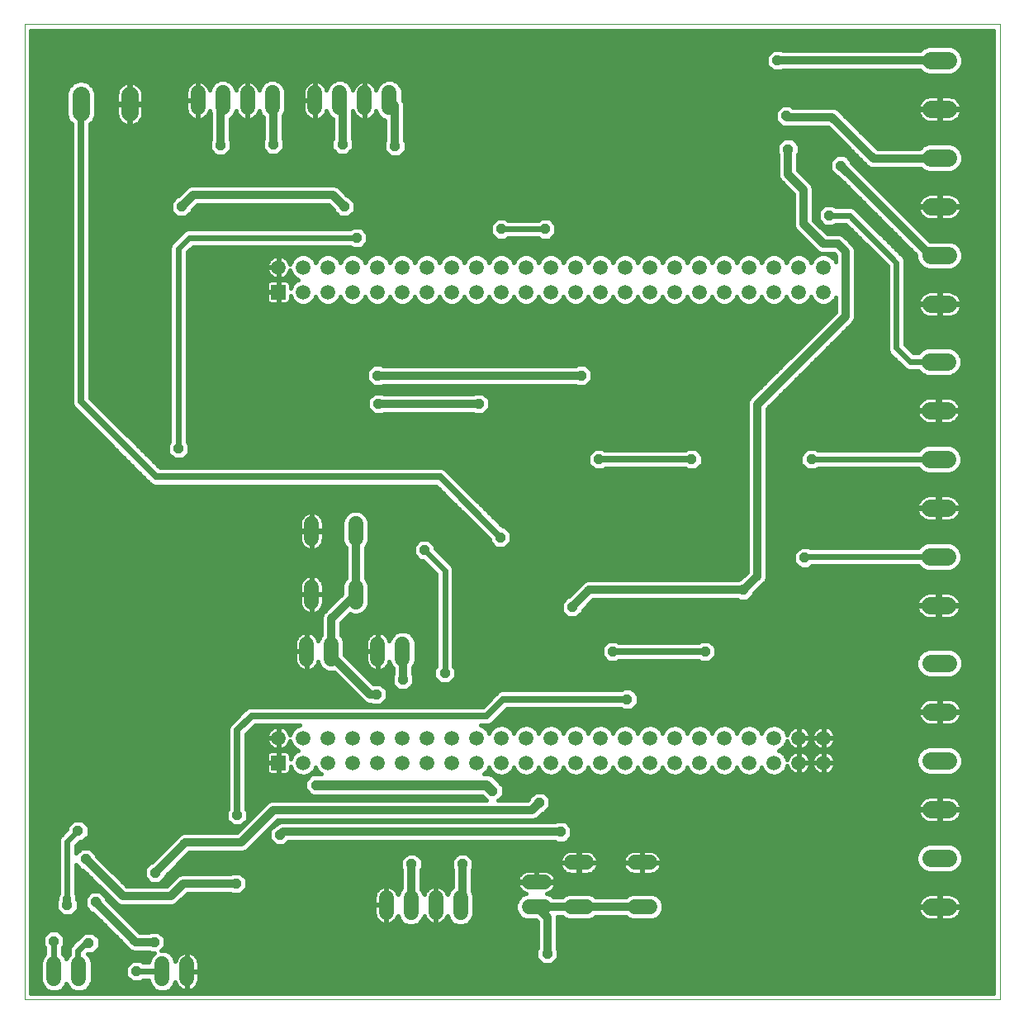
<source format=gbl>
G75*
%MOIN*%
%OFA0B0*%
%FSLAX24Y24*%
%IPPOS*%
%LPD*%
%AMOC8*
5,1,8,0,0,1.08239X$1,22.5*
%
%ADD10C,0.0000*%
%ADD11R,0.0594X0.0594*%
%ADD12C,0.0594*%
%ADD13C,0.0600*%
%ADD14C,0.0705*%
%ADD15C,0.0160*%
%ADD16OC8,0.0400*%
%ADD17C,0.0320*%
%ADD18C,0.0240*%
%ADD19C,0.0400*%
%ADD20C,0.0268*%
%ADD21C,0.0256*%
D10*
X000180Y000180D02*
X000180Y039550D01*
X039550Y039550D01*
X039550Y000180D01*
X000180Y000180D01*
D11*
X010436Y009745D03*
X010436Y028745D03*
D12*
X011436Y028745D03*
X011436Y029745D03*
X010436Y029745D03*
X012436Y029745D03*
X013436Y029745D03*
X013436Y028745D03*
X012436Y028745D03*
X014436Y028745D03*
X015436Y028745D03*
X015436Y029745D03*
X014436Y029745D03*
X016436Y029745D03*
X017436Y029745D03*
X017436Y028745D03*
X016436Y028745D03*
X018436Y028745D03*
X019436Y028745D03*
X019436Y029745D03*
X018436Y029745D03*
X020436Y029745D03*
X021436Y029745D03*
X021436Y028745D03*
X020436Y028745D03*
X022436Y028745D03*
X023436Y028745D03*
X023436Y029745D03*
X022436Y029745D03*
X024436Y029745D03*
X024436Y028745D03*
X025436Y028745D03*
X026436Y028745D03*
X026436Y029745D03*
X025436Y029745D03*
X027436Y029745D03*
X028436Y029745D03*
X028436Y028745D03*
X027436Y028745D03*
X029436Y028745D03*
X030436Y028745D03*
X030436Y029745D03*
X029436Y029745D03*
X031436Y029745D03*
X032436Y029745D03*
X032436Y028745D03*
X031436Y028745D03*
X031436Y010745D03*
X032436Y010745D03*
X032436Y009745D03*
X031436Y009745D03*
X030436Y009745D03*
X029436Y009745D03*
X029436Y010745D03*
X030436Y010745D03*
X028436Y010745D03*
X027436Y010745D03*
X027436Y009745D03*
X028436Y009745D03*
X026436Y009745D03*
X025436Y009745D03*
X025436Y010745D03*
X026436Y010745D03*
X024436Y010745D03*
X024436Y009745D03*
X023436Y009745D03*
X022436Y009745D03*
X022436Y010745D03*
X023436Y010745D03*
X021436Y010745D03*
X020436Y010745D03*
X020436Y009745D03*
X021436Y009745D03*
X019436Y009745D03*
X018436Y009745D03*
X018436Y010745D03*
X019436Y010745D03*
X017436Y010745D03*
X016436Y010745D03*
X016436Y009745D03*
X017436Y009745D03*
X015436Y009745D03*
X014436Y009745D03*
X014436Y010745D03*
X015436Y010745D03*
X013436Y010745D03*
X012436Y010745D03*
X012436Y009745D03*
X013436Y009745D03*
X011436Y009745D03*
X011436Y010745D03*
X010436Y010745D03*
D13*
X011570Y013935D02*
X011570Y014535D01*
X012570Y014535D02*
X012570Y013935D01*
X014444Y013935D02*
X014444Y014535D01*
X015444Y014535D02*
X015444Y013935D01*
X013550Y016238D02*
X013550Y016838D01*
X011770Y016838D02*
X011770Y016238D01*
X011770Y018798D02*
X011770Y019398D01*
X013550Y019398D02*
X013550Y018798D01*
X022261Y005716D02*
X022861Y005716D01*
X021149Y004932D02*
X020549Y004932D01*
X020549Y003932D02*
X021149Y003932D01*
X022261Y003936D02*
X022861Y003936D01*
X024821Y003936D02*
X025421Y003936D01*
X025421Y005716D02*
X024821Y005716D01*
X017782Y004299D02*
X017782Y003699D01*
X016782Y003699D02*
X016782Y004299D01*
X015782Y004299D02*
X015782Y003699D01*
X014782Y003699D02*
X014782Y004299D01*
X006743Y001622D02*
X006743Y001022D01*
X005743Y001022D02*
X005743Y001622D01*
X002373Y001622D02*
X002373Y001022D01*
X001373Y001022D02*
X001373Y001622D01*
X007184Y036179D02*
X007184Y036779D01*
X008184Y036779D02*
X008184Y036179D01*
X009184Y036179D02*
X009184Y036779D01*
X010184Y036779D02*
X010184Y036179D01*
X011908Y036179D02*
X011908Y036779D01*
X012908Y036779D02*
X012908Y036179D01*
X013908Y036179D02*
X013908Y036779D01*
X014908Y036779D02*
X014908Y036179D01*
D14*
X004432Y035981D02*
X004432Y036686D01*
X002463Y036686D02*
X002463Y035981D01*
X036768Y036125D02*
X037473Y036125D01*
X037473Y038093D02*
X036768Y038093D01*
X036768Y034156D02*
X037473Y034156D01*
X037473Y032188D02*
X036768Y032188D01*
X036768Y030219D02*
X037473Y030219D01*
X037473Y028251D02*
X036768Y028251D01*
X036729Y025928D02*
X037434Y025928D01*
X037434Y023960D02*
X036729Y023960D01*
X036729Y021991D02*
X037434Y021991D01*
X037434Y020023D02*
X036729Y020023D01*
X036729Y018054D02*
X037434Y018054D01*
X037434Y016086D02*
X036729Y016086D01*
X036768Y013763D02*
X037473Y013763D01*
X037473Y011794D02*
X036768Y011794D01*
X036768Y009826D02*
X037473Y009826D01*
X037473Y007857D02*
X036768Y007857D01*
X036768Y005889D02*
X037473Y005889D01*
X037473Y003920D02*
X036768Y003920D01*
D15*
X037083Y003883D02*
X036236Y003883D01*
X036236Y003878D01*
X036249Y003795D01*
X036275Y003716D01*
X036313Y003641D01*
X036362Y003573D01*
X036422Y003514D01*
X036489Y003465D01*
X036564Y003427D01*
X036644Y003401D01*
X036727Y003388D01*
X037083Y003388D01*
X037083Y003883D01*
X037083Y003958D01*
X036236Y003958D01*
X036236Y003962D01*
X036249Y004045D01*
X036275Y004125D01*
X036313Y004199D01*
X036362Y004267D01*
X036422Y004326D01*
X036489Y004376D01*
X036564Y004414D01*
X036644Y004440D01*
X036727Y004453D01*
X037083Y004453D01*
X037083Y003958D01*
X037158Y003958D01*
X037158Y004453D01*
X037515Y004453D01*
X037598Y004440D01*
X037678Y004414D01*
X037753Y004376D01*
X037820Y004326D01*
X037880Y004267D01*
X037929Y004199D01*
X037967Y004125D01*
X037993Y004045D01*
X038006Y003962D01*
X038006Y003958D01*
X037158Y003958D01*
X037158Y003883D01*
X037158Y003388D01*
X037515Y003388D01*
X037598Y003401D01*
X037678Y003427D01*
X037753Y003465D01*
X037820Y003514D01*
X037880Y003573D01*
X037929Y003641D01*
X037967Y003716D01*
X037993Y003795D01*
X038006Y003878D01*
X038006Y003883D01*
X037158Y003883D01*
X037083Y003883D01*
X037083Y003826D02*
X037158Y003826D01*
X037158Y003984D02*
X037083Y003984D01*
X037083Y004143D02*
X037158Y004143D01*
X037158Y004301D02*
X037083Y004301D01*
X037083Y003667D02*
X037158Y003667D01*
X037158Y003509D02*
X037083Y003509D01*
X036429Y003509D02*
X025758Y003509D01*
X025727Y003478D02*
X025879Y003630D01*
X025961Y003828D01*
X025961Y004043D01*
X025879Y004242D01*
X025727Y004393D01*
X025529Y004476D01*
X024714Y004476D01*
X024516Y004393D01*
X024454Y004332D01*
X023229Y004332D01*
X023167Y004393D01*
X022969Y004476D01*
X022154Y004476D01*
X021956Y004393D01*
X021894Y004332D01*
X021513Y004332D01*
X021455Y004390D01*
X021270Y004466D01*
X021334Y004487D01*
X021401Y004521D01*
X021462Y004566D01*
X021515Y004619D01*
X021560Y004680D01*
X021594Y004748D01*
X021617Y004820D01*
X021629Y004894D01*
X021629Y004912D01*
X020869Y004912D01*
X020869Y004952D01*
X020829Y004952D01*
X020829Y004912D01*
X020069Y004912D01*
X020069Y004894D01*
X020081Y004820D01*
X020104Y004748D01*
X020139Y004680D01*
X020183Y004619D01*
X020237Y004566D01*
X020298Y004521D01*
X020365Y004487D01*
X020429Y004466D01*
X020243Y004390D01*
X020092Y004238D01*
X020009Y004039D01*
X020009Y003825D01*
X020092Y003626D01*
X020243Y003474D01*
X020442Y003392D01*
X020824Y003392D01*
X020882Y003333D01*
X020882Y002253D01*
X020842Y002213D01*
X020842Y001848D01*
X021100Y001590D01*
X021465Y001590D01*
X021722Y001848D01*
X021722Y002213D01*
X021682Y002253D01*
X021682Y003532D01*
X021901Y003532D01*
X021956Y003478D01*
X022154Y003396D01*
X022969Y003396D01*
X023167Y003478D01*
X023221Y003532D01*
X024461Y003532D01*
X024516Y003478D01*
X024714Y003396D01*
X025529Y003396D01*
X025727Y003478D01*
X025895Y003667D02*
X036300Y003667D01*
X036244Y003826D02*
X025960Y003826D01*
X025961Y003984D02*
X036239Y003984D01*
X036284Y004143D02*
X025920Y004143D01*
X025820Y004301D02*
X036396Y004301D01*
X036651Y005296D02*
X036433Y005386D01*
X036266Y005553D01*
X036176Y005771D01*
X036176Y006007D01*
X036266Y006224D01*
X036433Y006391D01*
X036651Y006481D01*
X037591Y006481D01*
X037809Y006391D01*
X037976Y006224D01*
X038066Y006007D01*
X038066Y005771D01*
X037976Y005553D01*
X037809Y005386D01*
X037591Y005296D01*
X036651Y005296D01*
X036409Y005411D02*
X025793Y005411D01*
X025788Y005403D02*
X025832Y005464D01*
X025866Y005531D01*
X025890Y005603D01*
X025901Y005678D01*
X025901Y005696D01*
X025141Y005696D01*
X025141Y005236D01*
X025459Y005236D01*
X025534Y005247D01*
X025606Y005271D01*
X025673Y005305D01*
X025734Y005350D01*
X025788Y005403D01*
X025878Y005569D02*
X036260Y005569D01*
X036194Y005728D02*
X025141Y005728D01*
X025141Y005736D02*
X025901Y005736D01*
X025901Y005753D01*
X025890Y005828D01*
X025866Y005900D01*
X025832Y005967D01*
X025788Y006028D01*
X025734Y006082D01*
X025673Y006126D01*
X025606Y006161D01*
X025534Y006184D01*
X025459Y006196D01*
X025141Y006196D01*
X025141Y005736D01*
X025101Y005736D01*
X025101Y006196D01*
X024784Y006196D01*
X024709Y006184D01*
X024637Y006161D01*
X024570Y006126D01*
X024509Y006082D01*
X024455Y006028D01*
X024411Y005967D01*
X024377Y005900D01*
X024353Y005828D01*
X024341Y005753D01*
X024341Y005736D01*
X025101Y005736D01*
X025101Y005696D01*
X024341Y005696D01*
X024341Y005678D01*
X024353Y005603D01*
X024377Y005531D01*
X024411Y005464D01*
X024455Y005403D01*
X024509Y005350D01*
X024570Y005305D01*
X024637Y005271D01*
X024709Y005247D01*
X024784Y005236D01*
X025101Y005236D01*
X025101Y005696D01*
X025141Y005696D01*
X025141Y005736D01*
X025101Y005728D02*
X022581Y005728D01*
X022581Y005736D02*
X023341Y005736D01*
X023341Y005753D01*
X023330Y005828D01*
X023306Y005900D01*
X023272Y005967D01*
X023228Y006028D01*
X023174Y006082D01*
X023113Y006126D01*
X023046Y006161D01*
X022974Y006184D01*
X022899Y006196D01*
X022581Y006196D01*
X022581Y005736D01*
X022541Y005736D01*
X022541Y006196D01*
X022224Y006196D01*
X022149Y006184D01*
X022077Y006161D01*
X022010Y006126D01*
X021949Y006082D01*
X021895Y006028D01*
X021851Y005967D01*
X021817Y005900D01*
X021793Y005828D01*
X021781Y005753D01*
X021781Y005736D01*
X022541Y005736D01*
X022541Y005696D01*
X021781Y005696D01*
X021781Y005678D01*
X021793Y005603D01*
X021817Y005531D01*
X021851Y005464D01*
X021895Y005403D01*
X021949Y005350D01*
X022010Y005305D01*
X022077Y005271D01*
X022149Y005247D01*
X022224Y005236D01*
X022541Y005236D01*
X022541Y005696D01*
X022581Y005696D01*
X022581Y005236D01*
X022899Y005236D01*
X022974Y005247D01*
X023046Y005271D01*
X023113Y005305D01*
X023174Y005350D01*
X023228Y005403D01*
X023272Y005464D01*
X023306Y005531D01*
X023330Y005603D01*
X023341Y005678D01*
X023341Y005696D01*
X022581Y005696D01*
X022581Y005736D01*
X022541Y005728D02*
X018297Y005728D01*
X018297Y005835D02*
X018039Y006092D01*
X017675Y006092D01*
X017417Y005835D01*
X017417Y005470D01*
X017457Y005430D01*
X017457Y004737D01*
X017325Y004605D01*
X017248Y004420D01*
X017227Y004483D01*
X017193Y004550D01*
X017148Y004612D01*
X017095Y004665D01*
X017034Y004709D01*
X016967Y004744D01*
X016895Y004767D01*
X016820Y004779D01*
X016802Y004779D01*
X016802Y004019D01*
X016762Y004019D01*
X016762Y004779D01*
X016745Y004779D01*
X016670Y004767D01*
X016598Y004744D01*
X016531Y004709D01*
X016470Y004665D01*
X016416Y004612D01*
X016372Y004550D01*
X016338Y004483D01*
X016317Y004420D01*
X016240Y004605D01*
X016210Y004635D01*
X016210Y005430D01*
X016250Y005470D01*
X016250Y005835D01*
X015992Y006092D01*
X015628Y006092D01*
X015370Y005835D01*
X015370Y005470D01*
X015410Y005430D01*
X015410Y004690D01*
X015325Y004605D01*
X015248Y004420D01*
X015227Y004483D01*
X015193Y004550D01*
X015148Y004612D01*
X015095Y004665D01*
X015034Y004709D01*
X014967Y004744D01*
X014895Y004767D01*
X014820Y004779D01*
X014802Y004779D01*
X014802Y004019D01*
X014762Y004019D01*
X014762Y003979D01*
X014302Y003979D01*
X014302Y003661D01*
X014314Y003586D01*
X014338Y003515D01*
X014372Y003447D01*
X014416Y003386D01*
X014470Y003333D01*
X014531Y003288D01*
X014598Y003254D01*
X014670Y003231D01*
X014745Y003219D01*
X014762Y003219D01*
X014762Y003979D01*
X014802Y003979D01*
X014802Y003219D01*
X014820Y003219D01*
X014895Y003231D01*
X014967Y003254D01*
X015034Y003288D01*
X015095Y003333D01*
X015148Y003386D01*
X015193Y003447D01*
X015227Y003515D01*
X015248Y003578D01*
X015325Y003393D01*
X015476Y003241D01*
X015675Y003159D01*
X015890Y003159D01*
X016088Y003241D01*
X016240Y003393D01*
X016317Y003578D01*
X016338Y003515D01*
X016372Y003447D01*
X016416Y003386D01*
X016470Y003333D01*
X016531Y003288D01*
X016598Y003254D01*
X016670Y003231D01*
X016745Y003219D01*
X016762Y003219D01*
X016762Y003979D01*
X016802Y003979D01*
X016802Y003219D01*
X016820Y003219D01*
X016895Y003231D01*
X016967Y003254D01*
X017034Y003288D01*
X017095Y003333D01*
X017148Y003386D01*
X017193Y003447D01*
X017227Y003515D01*
X017248Y003578D01*
X017325Y003393D01*
X017476Y003241D01*
X017675Y003159D01*
X017890Y003159D01*
X018088Y003241D01*
X018240Y003393D01*
X018322Y003591D01*
X018322Y004406D01*
X018257Y004564D01*
X018257Y005430D01*
X018297Y005470D01*
X018297Y005835D01*
X018246Y005886D02*
X021812Y005886D01*
X021911Y006045D02*
X018087Y006045D01*
X017627Y006045D02*
X016040Y006045D01*
X016199Y005886D02*
X017468Y005886D01*
X017417Y005728D02*
X016250Y005728D01*
X016250Y005569D02*
X017417Y005569D01*
X017457Y005411D02*
X016210Y005411D01*
X016210Y005252D02*
X017457Y005252D01*
X017457Y005094D02*
X016210Y005094D01*
X016210Y004935D02*
X017457Y004935D01*
X017457Y004777D02*
X016835Y004777D01*
X016802Y004777D02*
X016762Y004777D01*
X016730Y004777D02*
X016210Y004777D01*
X016227Y004618D02*
X016423Y004618D01*
X016330Y004460D02*
X016300Y004460D01*
X016762Y004460D02*
X016802Y004460D01*
X016802Y004618D02*
X016762Y004618D01*
X016762Y004301D02*
X016802Y004301D01*
X016802Y004143D02*
X016762Y004143D01*
X016762Y003826D02*
X016802Y003826D01*
X016802Y003667D02*
X016762Y003667D01*
X016762Y003509D02*
X016802Y003509D01*
X016802Y003350D02*
X016762Y003350D01*
X016452Y003350D02*
X016197Y003350D01*
X016288Y003509D02*
X016341Y003509D01*
X015968Y003192D02*
X017596Y003192D01*
X017368Y003350D02*
X017112Y003350D01*
X017224Y003509D02*
X017277Y003509D01*
X017968Y003192D02*
X020882Y003192D01*
X020866Y003350D02*
X018197Y003350D01*
X018288Y003509D02*
X020209Y003509D01*
X020075Y003667D02*
X018322Y003667D01*
X018322Y003826D02*
X020009Y003826D01*
X020009Y003984D02*
X018322Y003984D01*
X018322Y004143D02*
X020052Y004143D01*
X020155Y004301D02*
X018322Y004301D01*
X018300Y004460D02*
X020412Y004460D01*
X020184Y004618D02*
X018257Y004618D01*
X018257Y004777D02*
X020095Y004777D01*
X020069Y004952D02*
X020829Y004952D01*
X020829Y005412D01*
X020512Y005412D01*
X020437Y005400D01*
X020365Y005377D01*
X020298Y005343D01*
X020237Y005298D01*
X020183Y005245D01*
X020139Y005184D01*
X020104Y005116D01*
X020081Y005044D01*
X020069Y004970D01*
X020069Y004952D01*
X020097Y005094D02*
X018257Y005094D01*
X018257Y005252D02*
X020191Y005252D01*
X020502Y005411D02*
X018257Y005411D01*
X018297Y005569D02*
X021804Y005569D01*
X021890Y005411D02*
X021196Y005411D01*
X021187Y005412D02*
X020869Y005412D01*
X020869Y004952D01*
X021629Y004952D01*
X021629Y004970D01*
X021617Y005044D01*
X021594Y005116D01*
X021560Y005184D01*
X021515Y005245D01*
X021462Y005298D01*
X021401Y005343D01*
X021334Y005377D01*
X021262Y005400D01*
X021187Y005412D01*
X020869Y005411D02*
X020829Y005411D01*
X020829Y005252D02*
X020869Y005252D01*
X020869Y005094D02*
X020829Y005094D01*
X020829Y004935D02*
X018257Y004935D01*
X017338Y004618D02*
X017142Y004618D01*
X017235Y004460D02*
X017264Y004460D01*
X015596Y003192D02*
X004545Y003192D01*
X004387Y003350D02*
X014452Y003350D01*
X014341Y003509D02*
X004228Y003509D01*
X004070Y003667D02*
X014302Y003667D01*
X014302Y003826D02*
X003911Y003826D01*
X004003Y003984D02*
X003753Y003984D01*
X003817Y004127D02*
X003930Y004014D01*
X004077Y003953D01*
X006165Y003953D01*
X006312Y004014D01*
X006763Y004465D01*
X008501Y004465D01*
X008541Y004425D01*
X008906Y004425D01*
X009163Y004683D01*
X009163Y005047D01*
X008906Y005305D01*
X008541Y005305D01*
X008501Y005265D01*
X006518Y005265D01*
X006371Y005204D01*
X005920Y004753D01*
X004322Y004753D01*
X003100Y005975D01*
X003100Y006032D01*
X002843Y006289D01*
X002478Y006289D01*
X002272Y006084D01*
X002272Y006409D01*
X002414Y006551D01*
X002528Y006551D01*
X002785Y006809D01*
X002785Y007173D01*
X002528Y007431D01*
X002163Y007431D01*
X001905Y007173D01*
X001905Y007060D01*
X001607Y006762D01*
X001552Y006630D01*
X001552Y004451D01*
X001512Y004354D01*
X001512Y004221D01*
X001472Y004181D01*
X001472Y003817D01*
X001730Y003559D01*
X002095Y003559D01*
X002352Y003817D01*
X002352Y004181D01*
X002312Y004221D01*
X002312Y004354D01*
X002272Y004451D01*
X002272Y005615D01*
X002478Y005409D01*
X002535Y005409D01*
X003817Y004127D01*
X003801Y004143D02*
X003594Y004143D01*
X003494Y004243D02*
X003494Y004299D01*
X003236Y004557D01*
X002872Y004557D01*
X002614Y004299D01*
X002614Y003935D01*
X002872Y003677D01*
X002928Y003677D01*
X004442Y002164D01*
X004589Y002103D01*
X005194Y002103D01*
X005234Y002063D01*
X005420Y002063D01*
X005285Y001928D01*
X005203Y001729D01*
X005203Y001682D01*
X004970Y001682D01*
X004890Y001762D01*
X004525Y001762D01*
X004268Y001504D01*
X004268Y001139D01*
X004525Y000882D01*
X004890Y000882D01*
X004970Y000962D01*
X005203Y000962D01*
X005203Y000914D01*
X005285Y000716D01*
X005437Y000564D01*
X005636Y000482D01*
X005850Y000482D01*
X006049Y000564D01*
X006201Y000716D01*
X006277Y000901D01*
X006298Y000837D01*
X006332Y000770D01*
X006377Y000709D01*
X006430Y000656D01*
X006491Y000611D01*
X006559Y000577D01*
X006631Y000554D01*
X006705Y000542D01*
X006723Y000542D01*
X006723Y001302D01*
X006763Y001302D01*
X006763Y001342D01*
X006723Y001342D01*
X006723Y002102D01*
X006705Y002102D01*
X006631Y002090D01*
X006559Y002067D01*
X006491Y002032D01*
X006430Y001988D01*
X006377Y001934D01*
X006332Y001873D01*
X006298Y001806D01*
X006277Y001742D01*
X006201Y001928D01*
X006049Y002080D01*
X005850Y002162D01*
X005697Y002162D01*
X005856Y002321D01*
X005856Y002685D01*
X005598Y002943D01*
X005234Y002943D01*
X005194Y002903D01*
X004834Y002903D01*
X003494Y004243D01*
X003492Y004301D02*
X003643Y004301D01*
X003484Y004460D02*
X003334Y004460D01*
X003326Y004618D02*
X002272Y004618D01*
X002272Y004460D02*
X002774Y004460D01*
X002616Y004301D02*
X002312Y004301D01*
X002352Y004143D02*
X002614Y004143D01*
X002614Y003984D02*
X002352Y003984D01*
X002352Y003826D02*
X002723Y003826D01*
X002938Y003667D02*
X002203Y003667D01*
X001622Y003667D02*
X000420Y003667D01*
X000420Y003509D02*
X003097Y003509D01*
X003255Y003350D02*
X000420Y003350D01*
X000420Y003192D02*
X003414Y003192D01*
X003572Y003033D02*
X000420Y003033D01*
X000420Y002875D02*
X001071Y002875D01*
X001179Y002982D02*
X000921Y002724D01*
X000921Y002360D01*
X001001Y002280D01*
X001001Y002014D01*
X000915Y001928D01*
X000833Y001729D01*
X000833Y000914D01*
X000915Y000716D01*
X001067Y000564D01*
X001265Y000482D01*
X001480Y000482D01*
X001679Y000564D01*
X001831Y000716D01*
X001873Y000818D01*
X001915Y000716D01*
X002067Y000564D01*
X002265Y000482D01*
X002480Y000482D01*
X002679Y000564D01*
X002831Y000716D01*
X002913Y000914D01*
X002913Y001729D01*
X002831Y001928D01*
X002735Y002023D01*
X002961Y002023D01*
X003218Y002281D01*
X003218Y002646D01*
X002961Y002903D01*
X002596Y002903D01*
X002465Y002772D01*
X002456Y002769D01*
X002141Y002454D01*
X002040Y002352D01*
X001985Y002220D01*
X001985Y001998D01*
X001915Y001928D01*
X001873Y001826D01*
X001831Y001928D01*
X001721Y002037D01*
X001721Y002280D01*
X001801Y002360D01*
X001801Y002724D01*
X001543Y002982D01*
X001179Y002982D01*
X000921Y002716D02*
X000420Y002716D01*
X000420Y002558D02*
X000921Y002558D01*
X000921Y002399D02*
X000420Y002399D01*
X000420Y002241D02*
X001001Y002241D01*
X001001Y002082D02*
X000420Y002082D01*
X000420Y001924D02*
X000913Y001924D01*
X000848Y001765D02*
X000420Y001765D01*
X000420Y001607D02*
X000833Y001607D01*
X000833Y001448D02*
X000420Y001448D01*
X000420Y001290D02*
X000833Y001290D01*
X000833Y001131D02*
X000420Y001131D01*
X000420Y000973D02*
X000833Y000973D01*
X000874Y000814D02*
X000420Y000814D01*
X000420Y000656D02*
X000975Y000656D01*
X001229Y000497D02*
X000420Y000497D01*
X000420Y000420D02*
X000420Y039310D01*
X039310Y039310D01*
X039310Y000420D01*
X000420Y000420D01*
X001517Y000497D02*
X002229Y000497D01*
X002517Y000497D02*
X005599Y000497D01*
X005887Y000497D02*
X039310Y000497D01*
X039310Y000656D02*
X007056Y000656D01*
X007109Y000709D01*
X007154Y000770D01*
X007188Y000837D01*
X007211Y000909D01*
X007223Y000984D01*
X007223Y001302D01*
X006763Y001302D01*
X006763Y000542D01*
X006781Y000542D01*
X006855Y000554D01*
X006927Y000577D01*
X006995Y000611D01*
X007056Y000656D01*
X007176Y000814D02*
X039310Y000814D01*
X039310Y000973D02*
X007221Y000973D01*
X007223Y001131D02*
X039310Y001131D01*
X039310Y001290D02*
X007223Y001290D01*
X007223Y001342D02*
X007223Y001660D01*
X007211Y001734D01*
X007188Y001806D01*
X007154Y001873D01*
X007109Y001934D01*
X007056Y001988D01*
X006995Y002032D01*
X006927Y002067D01*
X006855Y002090D01*
X006781Y002102D01*
X006763Y002102D01*
X006763Y001342D01*
X007223Y001342D01*
X007223Y001448D02*
X039310Y001448D01*
X039310Y001607D02*
X021481Y001607D01*
X021639Y001765D02*
X039310Y001765D01*
X039310Y001924D02*
X021722Y001924D01*
X021722Y002082D02*
X039310Y002082D01*
X039310Y002241D02*
X021695Y002241D01*
X021682Y002399D02*
X039310Y002399D01*
X039310Y002558D02*
X021682Y002558D01*
X021682Y002716D02*
X039310Y002716D01*
X039310Y002875D02*
X021682Y002875D01*
X021682Y003033D02*
X039310Y003033D01*
X039310Y003192D02*
X021682Y003192D01*
X021682Y003350D02*
X039310Y003350D01*
X039310Y003509D02*
X037813Y003509D01*
X037942Y003667D02*
X039310Y003667D01*
X039310Y003826D02*
X037998Y003826D01*
X038002Y003984D02*
X039310Y003984D01*
X039310Y004143D02*
X037958Y004143D01*
X037846Y004301D02*
X039310Y004301D01*
X039310Y004460D02*
X025568Y004460D01*
X025548Y005252D02*
X039310Y005252D01*
X039310Y005094D02*
X021602Y005094D01*
X021508Y005252D02*
X022135Y005252D01*
X022541Y005252D02*
X022581Y005252D01*
X022581Y005411D02*
X022541Y005411D01*
X022541Y005569D02*
X022581Y005569D01*
X022581Y005886D02*
X022541Y005886D01*
X022541Y006045D02*
X022581Y006045D01*
X022024Y006520D02*
X039310Y006520D01*
X039310Y006362D02*
X037839Y006362D01*
X037985Y006203D02*
X039310Y006203D01*
X039310Y006045D02*
X038050Y006045D01*
X038066Y005886D02*
X039310Y005886D01*
X039310Y005728D02*
X038048Y005728D01*
X037982Y005569D02*
X039310Y005569D01*
X039310Y005411D02*
X037833Y005411D01*
X039310Y004935D02*
X020869Y004935D01*
X021287Y004460D02*
X022115Y004460D01*
X021603Y004777D02*
X039310Y004777D01*
X039310Y004618D02*
X021514Y004618D01*
X021682Y003509D02*
X021925Y003509D01*
X020882Y003033D02*
X004704Y003033D01*
X004206Y002399D02*
X003218Y002399D01*
X003218Y002558D02*
X004048Y002558D01*
X003889Y002716D02*
X003148Y002716D01*
X002990Y002875D02*
X003731Y002875D01*
X003178Y002241D02*
X004365Y002241D01*
X004370Y001607D02*
X002913Y001607D01*
X002898Y001765D02*
X005218Y001765D01*
X005283Y001924D02*
X002832Y001924D01*
X003019Y002082D02*
X005215Y002082D01*
X005776Y002241D02*
X020870Y002241D01*
X020882Y002399D02*
X005856Y002399D01*
X005856Y002558D02*
X020882Y002558D01*
X020882Y002716D02*
X005825Y002716D01*
X005667Y002875D02*
X020882Y002875D01*
X020842Y002082D02*
X006880Y002082D01*
X006763Y002082D02*
X006723Y002082D01*
X006606Y002082D02*
X006043Y002082D01*
X006202Y001924D02*
X006369Y001924D01*
X006285Y001765D02*
X006268Y001765D01*
X006723Y001765D02*
X006763Y001765D01*
X006763Y001607D02*
X006723Y001607D01*
X006723Y001448D02*
X006763Y001448D01*
X006763Y001290D02*
X006723Y001290D01*
X006723Y001131D02*
X006763Y001131D01*
X006763Y000973D02*
X006723Y000973D01*
X006723Y000814D02*
X006763Y000814D01*
X006763Y000656D02*
X006723Y000656D01*
X006430Y000656D02*
X006140Y000656D01*
X006241Y000814D02*
X006310Y000814D01*
X005346Y000656D02*
X002770Y000656D01*
X002871Y000814D02*
X005245Y000814D01*
X004435Y000973D02*
X002913Y000973D01*
X002913Y001131D02*
X004276Y001131D01*
X004268Y001290D02*
X002913Y001290D01*
X002913Y001448D02*
X004268Y001448D01*
X002567Y002875D02*
X001651Y002875D01*
X001801Y002716D02*
X002404Y002716D01*
X002245Y002558D02*
X001801Y002558D01*
X001801Y002399D02*
X002087Y002399D01*
X001994Y002241D02*
X001721Y002241D01*
X001721Y002082D02*
X001985Y002082D01*
X001913Y001924D02*
X001832Y001924D01*
X001871Y000814D02*
X001874Y000814D01*
X001975Y000656D02*
X001770Y000656D01*
X001472Y003826D02*
X000420Y003826D01*
X000420Y003984D02*
X001472Y003984D01*
X001472Y004143D02*
X000420Y004143D01*
X000420Y004301D02*
X001512Y004301D01*
X001552Y004460D02*
X000420Y004460D01*
X000420Y004618D02*
X001552Y004618D01*
X001552Y004777D02*
X000420Y004777D01*
X000420Y004935D02*
X001552Y004935D01*
X001552Y005094D02*
X000420Y005094D01*
X000420Y005252D02*
X001552Y005252D01*
X001552Y005411D02*
X000420Y005411D01*
X000420Y005569D02*
X001552Y005569D01*
X001552Y005728D02*
X000420Y005728D01*
X000420Y005886D02*
X001552Y005886D01*
X001552Y006045D02*
X000420Y006045D01*
X000420Y006203D02*
X001552Y006203D01*
X001552Y006362D02*
X000420Y006362D01*
X000420Y006520D02*
X001552Y006520D01*
X001573Y006679D02*
X000420Y006679D01*
X000420Y006837D02*
X001682Y006837D01*
X001841Y006996D02*
X000420Y006996D01*
X000420Y007154D02*
X001905Y007154D01*
X002045Y007313D02*
X000420Y007313D01*
X000420Y007471D02*
X008323Y007471D01*
X008323Y007439D02*
X008580Y007181D01*
X008945Y007181D01*
X009203Y007439D01*
X009203Y007803D01*
X009137Y007869D01*
X009137Y010891D01*
X009508Y011263D01*
X011283Y011263D01*
X011132Y011200D01*
X010981Y011049D01*
X010901Y010857D01*
X010878Y010928D01*
X010844Y010995D01*
X010800Y011056D01*
X010747Y011109D01*
X010686Y011153D01*
X010619Y011187D01*
X010548Y011210D01*
X010473Y011222D01*
X010454Y011222D01*
X010454Y010763D01*
X010417Y010763D01*
X010417Y010727D01*
X009959Y010727D01*
X009959Y010707D01*
X009971Y010633D01*
X009994Y010562D01*
X010028Y010495D01*
X010072Y010434D01*
X010125Y010381D01*
X010186Y010337D01*
X010253Y010303D01*
X010324Y010280D01*
X010398Y010268D01*
X010417Y010268D01*
X010417Y010727D01*
X010454Y010727D01*
X010454Y010268D01*
X010473Y010268D01*
X010548Y010280D01*
X010619Y010303D01*
X010686Y010337D01*
X010747Y010381D01*
X010800Y010434D01*
X010844Y010495D01*
X010878Y010562D01*
X010901Y010633D01*
X010901Y010633D01*
X010981Y010441D01*
X011132Y010290D01*
X011240Y010245D01*
X011132Y010200D01*
X010981Y010049D01*
X010913Y009885D01*
X010913Y010066D01*
X010900Y010111D01*
X010877Y010152D01*
X010843Y010186D01*
X010802Y010210D01*
X010756Y010222D01*
X010454Y010222D01*
X010454Y009763D01*
X010417Y009763D01*
X010417Y009727D01*
X009959Y009727D01*
X009959Y009424D01*
X009971Y009379D01*
X009995Y009338D01*
X010029Y009304D01*
X010070Y009280D01*
X010115Y009268D01*
X010417Y009268D01*
X010417Y009727D01*
X010454Y009727D01*
X010454Y009268D01*
X010756Y009268D01*
X010802Y009280D01*
X010843Y009304D01*
X010877Y009338D01*
X010900Y009379D01*
X010913Y009424D01*
X010913Y009605D01*
X010981Y009441D01*
X011132Y009290D01*
X011329Y009208D01*
X011543Y009208D01*
X011740Y009290D01*
X011891Y009441D01*
X011936Y009549D01*
X011981Y009441D01*
X012132Y009290D01*
X012152Y009281D01*
X011769Y009281D01*
X011702Y009214D01*
X011579Y009091D01*
X011579Y009091D01*
X011512Y009024D01*
X011512Y008659D01*
X011579Y008592D01*
X011702Y008468D01*
X011702Y008468D01*
X011769Y008401D01*
X018659Y008401D01*
X018828Y008232D01*
X018828Y008232D01*
X018843Y008218D01*
X010140Y008218D01*
X009993Y008157D01*
X008754Y006919D01*
X006596Y006919D01*
X006449Y006858D01*
X006337Y006745D01*
X005330Y005738D01*
X005273Y005738D01*
X005016Y005480D01*
X005016Y005116D01*
X005273Y004858D01*
X005638Y004858D01*
X005896Y005116D01*
X005896Y005172D01*
X006842Y006119D01*
X009000Y006119D01*
X009147Y006179D01*
X010385Y007418D01*
X020732Y007418D01*
X020879Y007479D01*
X020992Y007591D01*
X021093Y007693D01*
X021150Y007693D01*
X021407Y007951D01*
X021407Y008315D01*
X021150Y008573D01*
X020785Y008573D01*
X020527Y008315D01*
X020527Y008258D01*
X020487Y008218D01*
X019312Y008218D01*
X019327Y008232D01*
X019451Y008356D01*
X019518Y008423D01*
X019518Y008787D01*
X019451Y008854D01*
X019451Y008854D01*
X019091Y009214D01*
X018929Y009281D01*
X018720Y009281D01*
X018740Y009290D01*
X018891Y009441D01*
X018936Y009549D01*
X018981Y009441D01*
X019132Y009290D01*
X019329Y009208D01*
X019543Y009208D01*
X019740Y009290D01*
X019891Y009441D01*
X019936Y009549D01*
X019981Y009441D01*
X020132Y009290D01*
X020329Y009208D01*
X020543Y009208D01*
X020740Y009290D01*
X020891Y009441D01*
X020936Y009549D01*
X020981Y009441D01*
X021132Y009290D01*
X021329Y009208D01*
X021543Y009208D01*
X021740Y009290D01*
X021891Y009441D01*
X021936Y009549D01*
X021981Y009441D01*
X022132Y009290D01*
X022329Y009208D01*
X022543Y009208D01*
X022740Y009290D01*
X022891Y009441D01*
X022936Y009549D01*
X022981Y009441D01*
X023132Y009290D01*
X023329Y009208D01*
X023543Y009208D01*
X023740Y009290D01*
X023891Y009441D01*
X023936Y009549D01*
X023981Y009441D01*
X024132Y009290D01*
X024329Y009208D01*
X024543Y009208D01*
X024740Y009290D01*
X024891Y009441D01*
X024936Y009549D01*
X024981Y009441D01*
X025132Y009290D01*
X025329Y009208D01*
X025543Y009208D01*
X025740Y009290D01*
X025891Y009441D01*
X025936Y009549D01*
X025981Y009441D01*
X026132Y009290D01*
X026329Y009208D01*
X026543Y009208D01*
X026740Y009290D01*
X026891Y009441D01*
X026936Y009549D01*
X026981Y009441D01*
X027132Y009290D01*
X027329Y009208D01*
X027543Y009208D01*
X027740Y009290D01*
X027891Y009441D01*
X027936Y009549D01*
X027981Y009441D01*
X028132Y009290D01*
X028329Y009208D01*
X028543Y009208D01*
X028740Y009290D01*
X028891Y009441D01*
X028936Y009549D01*
X028981Y009441D01*
X029132Y009290D01*
X029329Y009208D01*
X029543Y009208D01*
X029740Y009290D01*
X029891Y009441D01*
X029936Y009549D01*
X029981Y009441D01*
X030132Y009290D01*
X030329Y009208D01*
X030543Y009208D01*
X030740Y009290D01*
X030891Y009441D01*
X030971Y009633D01*
X030994Y009562D01*
X031028Y009495D01*
X031072Y009434D01*
X031125Y009381D01*
X031186Y009337D01*
X031253Y009303D01*
X031324Y009280D01*
X031398Y009268D01*
X031417Y009268D01*
X031417Y009727D01*
X031454Y009727D01*
X031454Y009763D01*
X031913Y009763D01*
X031913Y009782D01*
X031901Y009857D01*
X031878Y009928D01*
X031844Y009995D01*
X031800Y010056D01*
X031747Y010109D01*
X031686Y010153D01*
X031619Y010187D01*
X031548Y010210D01*
X031473Y010222D01*
X031454Y010222D01*
X031454Y009763D01*
X031417Y009763D01*
X031417Y010222D01*
X031398Y010222D01*
X031324Y010210D01*
X031253Y010187D01*
X031186Y010153D01*
X031125Y010109D01*
X031072Y010056D01*
X031028Y009995D01*
X030994Y009928D01*
X030971Y009857D01*
X030971Y009857D01*
X030891Y010049D01*
X030740Y010200D01*
X030632Y010245D01*
X030740Y010290D01*
X030891Y010441D01*
X030971Y010633D01*
X030994Y010562D01*
X031028Y010495D01*
X031072Y010434D01*
X031125Y010381D01*
X031186Y010337D01*
X031253Y010303D01*
X031324Y010280D01*
X031398Y010268D01*
X031417Y010268D01*
X031417Y010727D01*
X031454Y010727D01*
X031454Y010763D01*
X031913Y010763D01*
X031913Y010782D01*
X031901Y010857D01*
X031878Y010928D01*
X031844Y010995D01*
X031800Y011056D01*
X031747Y011109D01*
X031686Y011153D01*
X031619Y011187D01*
X031548Y011210D01*
X031473Y011222D01*
X031454Y011222D01*
X031454Y010763D01*
X031417Y010763D01*
X031417Y011222D01*
X031398Y011222D01*
X031324Y011210D01*
X031253Y011187D01*
X031186Y011153D01*
X031125Y011109D01*
X031072Y011056D01*
X031028Y010995D01*
X030994Y010928D01*
X030971Y010857D01*
X030971Y010857D01*
X030891Y011049D01*
X030740Y011200D01*
X030543Y011282D01*
X030329Y011282D01*
X030132Y011200D01*
X029981Y011049D01*
X029936Y010941D01*
X029891Y011049D01*
X029740Y011200D01*
X029543Y011282D01*
X029329Y011282D01*
X029132Y011200D01*
X028981Y011049D01*
X028936Y010941D01*
X028891Y011049D01*
X028740Y011200D01*
X028543Y011282D01*
X028329Y011282D01*
X028132Y011200D01*
X027981Y011049D01*
X027936Y010941D01*
X027891Y011049D01*
X027740Y011200D01*
X027543Y011282D01*
X027329Y011282D01*
X027132Y011200D01*
X026981Y011049D01*
X026936Y010941D01*
X026891Y011049D01*
X026740Y011200D01*
X026543Y011282D01*
X026329Y011282D01*
X026132Y011200D01*
X025981Y011049D01*
X025936Y010941D01*
X025891Y011049D01*
X025740Y011200D01*
X025543Y011282D01*
X025329Y011282D01*
X025132Y011200D01*
X024981Y011049D01*
X024936Y010941D01*
X024891Y011049D01*
X024740Y011200D01*
X024543Y011282D01*
X024329Y011282D01*
X024132Y011200D01*
X023981Y011049D01*
X023936Y010941D01*
X023891Y011049D01*
X023740Y011200D01*
X023543Y011282D01*
X023329Y011282D01*
X023132Y011200D01*
X022981Y011049D01*
X022936Y010941D01*
X022891Y011049D01*
X022740Y011200D01*
X022543Y011282D01*
X022329Y011282D01*
X022132Y011200D01*
X021981Y011049D01*
X021936Y010941D01*
X021891Y011049D01*
X021740Y011200D01*
X021543Y011282D01*
X021329Y011282D01*
X021132Y011200D01*
X020981Y011049D01*
X020936Y010941D01*
X020891Y011049D01*
X020740Y011200D01*
X020543Y011282D01*
X020329Y011282D01*
X020132Y011200D01*
X019981Y011049D01*
X019936Y010941D01*
X019891Y011049D01*
X019740Y011200D01*
X019543Y011282D01*
X019329Y011282D01*
X019132Y011200D01*
X018981Y011049D01*
X018936Y010941D01*
X018891Y011049D01*
X018740Y011200D01*
X018589Y011263D01*
X018916Y011263D01*
X019053Y011320D01*
X019158Y011425D01*
X019666Y011932D01*
X024262Y011932D01*
X024328Y011866D01*
X024693Y011866D01*
X024951Y012124D01*
X024951Y012488D01*
X024693Y012746D01*
X024328Y012746D01*
X024262Y012680D01*
X019436Y012680D01*
X019299Y012623D01*
X018687Y012011D01*
X009279Y012011D01*
X009141Y011954D01*
X008551Y011363D01*
X008446Y011258D01*
X008389Y011121D01*
X008389Y007869D01*
X008323Y007803D01*
X008323Y007439D01*
X008449Y007313D02*
X002646Y007313D01*
X002785Y007154D02*
X008990Y007154D01*
X009076Y007313D02*
X009148Y007313D01*
X009203Y007471D02*
X009307Y007471D01*
X009203Y007630D02*
X009465Y007630D01*
X009624Y007788D02*
X009203Y007788D01*
X009137Y007947D02*
X009782Y007947D01*
X009941Y008105D02*
X009137Y008105D01*
X009137Y008264D02*
X018797Y008264D01*
X019327Y008232D02*
X019327Y008232D01*
X019358Y008264D02*
X020527Y008264D01*
X020634Y008422D02*
X019517Y008422D01*
X019451Y008356D02*
X019451Y008356D01*
X019518Y008581D02*
X039310Y008581D01*
X039310Y008739D02*
X019518Y008739D01*
X019408Y008898D02*
X039310Y008898D01*
X039310Y009056D02*
X019249Y009056D01*
X019314Y009215D02*
X019090Y009215D01*
X019049Y009373D02*
X018823Y009373D01*
X018929Y009532D02*
X018943Y009532D01*
X019558Y009215D02*
X020314Y009215D01*
X020558Y009215D02*
X021314Y009215D01*
X021558Y009215D02*
X022314Y009215D01*
X022558Y009215D02*
X023314Y009215D01*
X023558Y009215D02*
X024314Y009215D01*
X024558Y009215D02*
X025314Y009215D01*
X025558Y009215D02*
X026314Y009215D01*
X026558Y009215D02*
X027314Y009215D01*
X027558Y009215D02*
X028314Y009215D01*
X028558Y009215D02*
X029314Y009215D01*
X029558Y009215D02*
X030314Y009215D01*
X030558Y009215D02*
X039310Y009215D01*
X039310Y009373D02*
X037859Y009373D01*
X037809Y009323D02*
X037976Y009490D01*
X038066Y009708D01*
X038066Y009944D01*
X037976Y010161D01*
X037809Y010328D01*
X037591Y010418D01*
X036651Y010418D01*
X036433Y010328D01*
X036266Y010161D01*
X036176Y009944D01*
X036176Y009708D01*
X036266Y009490D01*
X036433Y009323D01*
X036651Y009233D01*
X037591Y009233D01*
X037809Y009323D01*
X037993Y009532D02*
X039310Y009532D01*
X039310Y009690D02*
X038059Y009690D01*
X038066Y009849D02*
X039310Y009849D01*
X039310Y010007D02*
X038040Y010007D01*
X037972Y010166D02*
X039310Y010166D01*
X039310Y010324D02*
X037813Y010324D01*
X037598Y011275D02*
X037678Y011301D01*
X037753Y011339D01*
X037820Y011388D01*
X037880Y011447D01*
X037929Y011515D01*
X037967Y011590D01*
X037993Y011669D01*
X038006Y011752D01*
X038006Y011757D01*
X037158Y011757D01*
X037158Y011262D01*
X037515Y011262D01*
X037598Y011275D01*
X037599Y011275D02*
X039310Y011275D01*
X039310Y011117D02*
X032736Y011117D01*
X032747Y011109D02*
X032686Y011153D01*
X032619Y011187D01*
X032548Y011210D01*
X032473Y011222D01*
X032454Y011222D01*
X032454Y010763D01*
X032913Y010763D01*
X032913Y010782D01*
X032901Y010857D01*
X032878Y010928D01*
X032844Y010995D01*
X032800Y011056D01*
X032747Y011109D01*
X032863Y010958D02*
X039310Y010958D01*
X039310Y010800D02*
X032910Y010800D01*
X032913Y010727D02*
X032454Y010727D01*
X032454Y010763D01*
X032417Y010763D01*
X032417Y010727D01*
X031959Y010727D01*
X031959Y010707D01*
X031971Y010633D01*
X031994Y010562D01*
X032028Y010495D01*
X032072Y010434D01*
X032125Y010381D01*
X032186Y010337D01*
X032253Y010303D01*
X032324Y010280D01*
X032398Y010268D01*
X032417Y010268D01*
X032417Y010727D01*
X032454Y010727D01*
X032454Y010268D01*
X032473Y010268D01*
X032548Y010280D01*
X032619Y010303D01*
X032686Y010337D01*
X032747Y010381D01*
X032800Y010434D01*
X032844Y010495D01*
X032878Y010562D01*
X032901Y010633D01*
X032913Y010707D01*
X032913Y010727D01*
X032902Y010641D02*
X039310Y010641D01*
X039310Y010483D02*
X032835Y010483D01*
X032660Y010324D02*
X036429Y010324D01*
X036270Y010166D02*
X032661Y010166D01*
X032686Y010153D02*
X032619Y010187D01*
X032548Y010210D01*
X032473Y010222D01*
X032454Y010222D01*
X032454Y009763D01*
X032913Y009763D01*
X032913Y009782D01*
X032901Y009857D01*
X032878Y009928D01*
X032844Y009995D01*
X032800Y010056D01*
X032747Y010109D01*
X032686Y010153D01*
X032835Y010007D02*
X036202Y010007D01*
X036176Y009849D02*
X032902Y009849D01*
X032913Y009727D02*
X032454Y009727D01*
X032454Y009763D01*
X032417Y009763D01*
X032417Y009727D01*
X031959Y009727D01*
X031959Y009707D01*
X031971Y009633D01*
X031994Y009562D01*
X032028Y009495D01*
X032072Y009434D01*
X032125Y009381D01*
X032186Y009337D01*
X032253Y009303D01*
X032324Y009280D01*
X032398Y009268D01*
X032417Y009268D01*
X032417Y009727D01*
X032454Y009727D01*
X032454Y009268D01*
X032473Y009268D01*
X032548Y009280D01*
X032619Y009303D01*
X032686Y009337D01*
X032747Y009381D01*
X032800Y009434D01*
X032844Y009495D01*
X032878Y009562D01*
X032901Y009633D01*
X032913Y009707D01*
X032913Y009727D01*
X032910Y009690D02*
X036183Y009690D01*
X036249Y009532D02*
X032862Y009532D01*
X032735Y009373D02*
X036383Y009373D01*
X036644Y008377D02*
X036564Y008351D01*
X036489Y008313D01*
X036422Y008263D01*
X036422Y008264D02*
X021407Y008264D01*
X021407Y008105D02*
X036297Y008105D01*
X036313Y008136D02*
X036275Y008062D01*
X036249Y007982D01*
X036236Y007899D01*
X036236Y007895D01*
X037083Y007895D01*
X037083Y007820D01*
X036236Y007820D01*
X036236Y007815D01*
X036249Y007732D01*
X036275Y007653D01*
X036313Y007578D01*
X036362Y007510D01*
X036422Y007451D01*
X036489Y007402D01*
X036564Y007364D01*
X036644Y007338D01*
X036727Y007325D01*
X037083Y007325D01*
X037083Y007820D01*
X037158Y007820D01*
X037158Y007325D01*
X037515Y007325D01*
X037598Y007338D01*
X037678Y007364D01*
X037753Y007402D01*
X037820Y007451D01*
X037880Y007510D01*
X037929Y007578D01*
X037967Y007653D01*
X037993Y007732D01*
X038006Y007815D01*
X038006Y007820D01*
X037158Y007820D01*
X037158Y007895D01*
X037083Y007895D01*
X037083Y008390D01*
X036727Y008390D01*
X036644Y008377D01*
X036422Y008263D02*
X036362Y008204D01*
X036313Y008136D01*
X036243Y007947D02*
X021403Y007947D01*
X021245Y007788D02*
X036240Y007788D01*
X036287Y007630D02*
X021030Y007630D01*
X020860Y007471D02*
X036402Y007471D01*
X037083Y007471D02*
X037158Y007471D01*
X037158Y007630D02*
X037083Y007630D01*
X037083Y007788D02*
X037158Y007788D01*
X037158Y007895D02*
X038006Y007895D01*
X038006Y007899D01*
X037993Y007982D01*
X037967Y008062D01*
X037929Y008136D01*
X037880Y008204D01*
X037820Y008263D01*
X037753Y008313D01*
X037678Y008351D01*
X037598Y008377D01*
X037515Y008390D01*
X037158Y008390D01*
X037158Y007895D01*
X037158Y007947D02*
X037083Y007947D01*
X037083Y008105D02*
X037158Y008105D01*
X037158Y008264D02*
X037083Y008264D01*
X037820Y008264D02*
X039310Y008264D01*
X039310Y008422D02*
X021300Y008422D01*
X021049Y009373D02*
X020823Y009373D01*
X020929Y009532D02*
X020943Y009532D01*
X021823Y009373D02*
X022049Y009373D01*
X021943Y009532D02*
X021929Y009532D01*
X022823Y009373D02*
X023049Y009373D01*
X022943Y009532D02*
X022929Y009532D01*
X023823Y009373D02*
X024049Y009373D01*
X023943Y009532D02*
X023929Y009532D01*
X024823Y009373D02*
X025049Y009373D01*
X024943Y009532D02*
X024929Y009532D01*
X025823Y009373D02*
X026049Y009373D01*
X025943Y009532D02*
X025929Y009532D01*
X026823Y009373D02*
X027049Y009373D01*
X026943Y009532D02*
X026929Y009532D01*
X027823Y009373D02*
X028049Y009373D01*
X027943Y009532D02*
X027929Y009532D01*
X028823Y009373D02*
X029049Y009373D01*
X028943Y009532D02*
X028929Y009532D01*
X029823Y009373D02*
X030049Y009373D01*
X029943Y009532D02*
X029929Y009532D01*
X030823Y009373D02*
X031137Y009373D01*
X031009Y009532D02*
X030929Y009532D01*
X030971Y009633D02*
X030971Y009633D01*
X030908Y010007D02*
X031037Y010007D01*
X031211Y010166D02*
X030775Y010166D01*
X030774Y010324D02*
X031212Y010324D01*
X031417Y010324D02*
X031454Y010324D01*
X031454Y010268D02*
X031473Y010268D01*
X031548Y010280D01*
X031619Y010303D01*
X031686Y010337D01*
X031747Y010381D01*
X031800Y010434D01*
X031844Y010495D01*
X031878Y010562D01*
X031901Y010633D01*
X031913Y010707D01*
X031913Y010727D01*
X031454Y010727D01*
X031454Y010268D01*
X031454Y010166D02*
X031417Y010166D01*
X031417Y010007D02*
X031454Y010007D01*
X031454Y009849D02*
X031417Y009849D01*
X031454Y009727D02*
X031913Y009727D01*
X031913Y009707D01*
X031901Y009633D01*
X031878Y009562D01*
X031844Y009495D01*
X031800Y009434D01*
X031747Y009381D01*
X031686Y009337D01*
X031619Y009303D01*
X031548Y009280D01*
X031473Y009268D01*
X031454Y009268D01*
X031454Y009727D01*
X031454Y009690D02*
X031417Y009690D01*
X031417Y009532D02*
X031454Y009532D01*
X031454Y009373D02*
X031417Y009373D01*
X031735Y009373D02*
X032137Y009373D01*
X032009Y009532D02*
X031862Y009532D01*
X031910Y009690D02*
X031962Y009690D01*
X031959Y009763D02*
X032417Y009763D01*
X032417Y010222D01*
X032398Y010222D01*
X032324Y010210D01*
X032253Y010187D01*
X032186Y010153D01*
X032125Y010109D01*
X032072Y010056D01*
X032028Y009995D01*
X031994Y009928D01*
X031971Y009857D01*
X031959Y009782D01*
X031959Y009763D01*
X031970Y009849D02*
X031902Y009849D01*
X031835Y010007D02*
X032037Y010007D01*
X032211Y010166D02*
X031661Y010166D01*
X031660Y010324D02*
X032212Y010324D01*
X032417Y010324D02*
X032454Y010324D01*
X032454Y010166D02*
X032417Y010166D01*
X032417Y010007D02*
X032454Y010007D01*
X032454Y009849D02*
X032417Y009849D01*
X032417Y009690D02*
X032454Y009690D01*
X032454Y009532D02*
X032417Y009532D01*
X032417Y009373D02*
X032454Y009373D01*
X032417Y010483D02*
X032454Y010483D01*
X032454Y010641D02*
X032417Y010641D01*
X032417Y010763D02*
X031959Y010763D01*
X031959Y010782D01*
X031971Y010857D01*
X031994Y010928D01*
X032028Y010995D01*
X032072Y011056D01*
X032125Y011109D01*
X032186Y011153D01*
X032253Y011187D01*
X032324Y011210D01*
X032398Y011222D01*
X032417Y011222D01*
X032417Y010763D01*
X032417Y010800D02*
X032454Y010800D01*
X032454Y010958D02*
X032417Y010958D01*
X032417Y011117D02*
X032454Y011117D01*
X032136Y011117D02*
X031736Y011117D01*
X031863Y010958D02*
X032009Y010958D01*
X031962Y010800D02*
X031910Y010800D01*
X031902Y010641D02*
X031970Y010641D01*
X032037Y010483D02*
X031835Y010483D01*
X031454Y010483D02*
X031417Y010483D01*
X031417Y010641D02*
X031454Y010641D01*
X031454Y010800D02*
X031417Y010800D01*
X031417Y010958D02*
X031454Y010958D01*
X031454Y011117D02*
X031417Y011117D01*
X031136Y011117D02*
X030824Y011117D01*
X030929Y010958D02*
X031009Y010958D01*
X030971Y010633D02*
X030971Y010633D01*
X030908Y010483D02*
X031037Y010483D01*
X030559Y011275D02*
X036643Y011275D01*
X036644Y011275D02*
X036727Y011262D01*
X037083Y011262D01*
X037083Y011757D01*
X036236Y011757D01*
X036236Y011752D01*
X036249Y011669D01*
X036275Y011590D01*
X036313Y011515D01*
X036362Y011447D01*
X036422Y011388D01*
X036489Y011339D01*
X036564Y011301D01*
X036644Y011275D01*
X036376Y011434D02*
X019167Y011434D01*
X019313Y011275D02*
X018945Y011275D01*
X019048Y011117D02*
X018824Y011117D01*
X018929Y010958D02*
X018943Y010958D01*
X019559Y011275D02*
X020313Y011275D01*
X020559Y011275D02*
X021313Y011275D01*
X021559Y011275D02*
X022313Y011275D01*
X022559Y011275D02*
X023313Y011275D01*
X023559Y011275D02*
X024313Y011275D01*
X024559Y011275D02*
X025313Y011275D01*
X025559Y011275D02*
X026313Y011275D01*
X026559Y011275D02*
X027313Y011275D01*
X027559Y011275D02*
X028313Y011275D01*
X028559Y011275D02*
X029313Y011275D01*
X029559Y011275D02*
X030313Y011275D01*
X030048Y011117D02*
X029824Y011117D01*
X029929Y010958D02*
X029943Y010958D01*
X029048Y011117D02*
X028824Y011117D01*
X028929Y010958D02*
X028943Y010958D01*
X028048Y011117D02*
X027824Y011117D01*
X027929Y010958D02*
X027943Y010958D01*
X027048Y011117D02*
X026824Y011117D01*
X026929Y010958D02*
X026943Y010958D01*
X026048Y011117D02*
X025824Y011117D01*
X025929Y010958D02*
X025943Y010958D01*
X025048Y011117D02*
X024824Y011117D01*
X024929Y010958D02*
X024943Y010958D01*
X024048Y011117D02*
X023824Y011117D01*
X023929Y010958D02*
X023943Y010958D01*
X023048Y011117D02*
X022824Y011117D01*
X022929Y010958D02*
X022943Y010958D01*
X022048Y011117D02*
X021824Y011117D01*
X021929Y010958D02*
X021943Y010958D01*
X021048Y011117D02*
X020824Y011117D01*
X020929Y010958D02*
X020943Y010958D01*
X020048Y011117D02*
X019824Y011117D01*
X019929Y010958D02*
X019943Y010958D01*
X019325Y011592D02*
X036274Y011592D01*
X036236Y011751D02*
X019484Y011751D01*
X019642Y011909D02*
X024285Y011909D01*
X024736Y011909D02*
X036247Y011909D01*
X036249Y011919D02*
X036236Y011836D01*
X036236Y011832D01*
X037083Y011832D01*
X037083Y011757D01*
X037158Y011757D01*
X037158Y011832D01*
X037083Y011832D01*
X037083Y012327D01*
X036727Y012327D01*
X036644Y012314D01*
X036564Y012288D01*
X036489Y012250D01*
X036422Y012200D01*
X036362Y012141D01*
X036313Y012073D01*
X036275Y011999D01*
X036249Y011919D01*
X036310Y012068D02*
X024894Y012068D01*
X024951Y012226D02*
X036457Y012226D01*
X037083Y012226D02*
X037158Y012226D01*
X037158Y012327D02*
X037158Y011832D01*
X038006Y011832D01*
X038006Y011836D01*
X037993Y011919D01*
X037967Y011999D01*
X037929Y012073D01*
X037880Y012141D01*
X037820Y012200D01*
X037753Y012250D01*
X037678Y012288D01*
X037598Y012314D01*
X037515Y012327D01*
X037158Y012327D01*
X037158Y012068D02*
X037083Y012068D01*
X037083Y011909D02*
X037158Y011909D01*
X037158Y011751D02*
X037083Y011751D01*
X037083Y011592D02*
X037158Y011592D01*
X037158Y011434D02*
X037083Y011434D01*
X037083Y011275D02*
X037158Y011275D01*
X037866Y011434D02*
X039310Y011434D01*
X039310Y011592D02*
X037968Y011592D01*
X038006Y011751D02*
X039310Y011751D01*
X039310Y011909D02*
X037994Y011909D01*
X037932Y012068D02*
X039310Y012068D01*
X039310Y012226D02*
X037785Y012226D01*
X037591Y013170D02*
X036651Y013170D01*
X036433Y013260D01*
X036266Y013427D01*
X036176Y013645D01*
X036176Y013881D01*
X036266Y014098D01*
X036433Y014265D01*
X036651Y014355D01*
X037591Y014355D01*
X037809Y014265D01*
X037976Y014098D01*
X038066Y013881D01*
X038066Y013645D01*
X037976Y013427D01*
X037809Y013260D01*
X037591Y013170D01*
X037608Y013177D02*
X039310Y013177D01*
X039310Y013019D02*
X017420Y013019D01*
X017331Y012929D02*
X017589Y013187D01*
X017589Y013551D01*
X017509Y013631D01*
X017509Y017574D01*
X017454Y017707D01*
X016762Y018399D01*
X016762Y018512D01*
X016504Y018770D01*
X016139Y018770D01*
X015882Y018512D01*
X015882Y018147D01*
X016139Y017890D01*
X016253Y017890D01*
X016789Y017354D01*
X016789Y013631D01*
X016709Y013551D01*
X016709Y013187D01*
X016966Y012929D01*
X017331Y012929D01*
X017579Y013177D02*
X036634Y013177D01*
X036358Y013336D02*
X017589Y013336D01*
X017589Y013494D02*
X036238Y013494D01*
X036176Y013653D02*
X017509Y013653D01*
X017509Y013811D02*
X023722Y013811D01*
X023738Y013795D02*
X024102Y013795D01*
X024169Y013861D01*
X027412Y013861D01*
X027478Y013795D01*
X027843Y013795D01*
X028100Y014053D01*
X028100Y014417D01*
X027843Y014675D01*
X027478Y014675D01*
X027412Y014609D01*
X024169Y014609D01*
X024102Y014675D01*
X023738Y014675D01*
X023480Y014417D01*
X023480Y014053D01*
X023738Y013795D01*
X023564Y013970D02*
X017509Y013970D01*
X017509Y014128D02*
X023480Y014128D01*
X023480Y014287D02*
X017509Y014287D01*
X017509Y014445D02*
X023508Y014445D01*
X023666Y014604D02*
X017509Y014604D01*
X017509Y014762D02*
X039310Y014762D01*
X039310Y014604D02*
X027914Y014604D01*
X028073Y014445D02*
X039310Y014445D01*
X039310Y014287D02*
X037757Y014287D01*
X037946Y014128D02*
X039310Y014128D01*
X039310Y013970D02*
X038029Y013970D01*
X038066Y013811D02*
X039310Y013811D01*
X039310Y013653D02*
X038066Y013653D01*
X038003Y013494D02*
X039310Y013494D01*
X039310Y013336D02*
X037884Y013336D01*
X039310Y012860D02*
X015844Y012860D01*
X015896Y012911D02*
X015638Y012653D01*
X015273Y012653D01*
X015016Y012911D01*
X015016Y013276D01*
X015056Y013316D01*
X015056Y013560D01*
X014986Y013629D01*
X014909Y013814D01*
X014889Y013751D01*
X014854Y013684D01*
X014810Y013622D01*
X014756Y013569D01*
X014695Y013525D01*
X014628Y013490D01*
X014556Y013467D01*
X014482Y013455D01*
X014464Y013455D01*
X014464Y014215D01*
X014424Y014215D01*
X014424Y013455D01*
X014406Y013455D01*
X014331Y013467D01*
X014260Y013490D01*
X014192Y013525D01*
X014131Y013569D01*
X014078Y013622D01*
X014033Y013684D01*
X013999Y013751D01*
X013976Y013823D01*
X013964Y013897D01*
X013964Y014215D01*
X014424Y014215D01*
X014424Y014255D01*
X014424Y015015D01*
X014406Y015015D01*
X014331Y015003D01*
X014260Y014980D01*
X014192Y014946D01*
X014131Y014901D01*
X014078Y014848D01*
X014033Y014787D01*
X013999Y014719D01*
X013976Y014648D01*
X013964Y014573D01*
X013964Y014255D01*
X014424Y014255D01*
X014464Y014255D01*
X014464Y015015D01*
X014482Y015015D01*
X014556Y015003D01*
X014628Y014980D01*
X014695Y014946D01*
X014756Y014901D01*
X014810Y014848D01*
X014854Y014787D01*
X014889Y014719D01*
X014909Y014656D01*
X014986Y014841D01*
X015138Y014993D01*
X015336Y015075D01*
X015551Y015075D01*
X015750Y014993D01*
X015902Y014841D01*
X015984Y014643D01*
X015984Y013828D01*
X015902Y013629D01*
X015856Y013583D01*
X015856Y013316D01*
X015896Y013276D01*
X015896Y012911D01*
X015896Y013019D02*
X016877Y013019D01*
X016718Y013177D02*
X015896Y013177D01*
X015856Y013336D02*
X016709Y013336D01*
X016709Y013494D02*
X015856Y013494D01*
X015911Y013653D02*
X016789Y013653D01*
X016789Y013811D02*
X015977Y013811D01*
X015984Y013970D02*
X016789Y013970D01*
X016789Y014128D02*
X015984Y014128D01*
X015984Y014287D02*
X016789Y014287D01*
X016789Y014445D02*
X015984Y014445D01*
X015984Y014604D02*
X016789Y014604D01*
X016789Y014762D02*
X015934Y014762D01*
X015822Y014921D02*
X016789Y014921D01*
X016789Y015079D02*
X012970Y015079D01*
X012970Y014921D02*
X014158Y014921D01*
X014021Y014762D02*
X013060Y014762D01*
X013028Y014841D02*
X012970Y014899D01*
X012970Y015392D01*
X013325Y015747D01*
X013443Y015698D01*
X013658Y015698D01*
X013856Y015780D01*
X014008Y015932D01*
X014090Y016130D01*
X014090Y016945D01*
X014008Y017144D01*
X013950Y017201D01*
X013950Y018434D01*
X014008Y018492D01*
X014090Y018690D01*
X014090Y019505D01*
X014008Y019704D01*
X013856Y019856D01*
X013658Y019938D01*
X013443Y019938D01*
X013244Y019856D01*
X013093Y019704D01*
X013010Y019505D01*
X013010Y018690D01*
X013093Y018492D01*
X013150Y018434D01*
X013150Y017201D01*
X013093Y017144D01*
X013010Y016945D01*
X013010Y016563D01*
X012231Y015784D01*
X012170Y015637D01*
X012170Y014899D01*
X012112Y014841D01*
X012035Y014656D01*
X012015Y014719D01*
X011980Y014787D01*
X011936Y014848D01*
X011882Y014901D01*
X011821Y014946D01*
X011754Y014980D01*
X011682Y015003D01*
X011608Y015015D01*
X011590Y015015D01*
X011590Y014255D01*
X011550Y014255D01*
X011550Y015015D01*
X011532Y015015D01*
X011457Y015003D01*
X011386Y014980D01*
X011318Y014946D01*
X011257Y014901D01*
X011204Y014848D01*
X011159Y014787D01*
X011125Y014719D01*
X011102Y014648D01*
X011090Y014573D01*
X011090Y014255D01*
X011550Y014255D01*
X011550Y014215D01*
X011590Y014215D01*
X011590Y013455D01*
X011608Y013455D01*
X011682Y013467D01*
X011754Y013490D01*
X011821Y013525D01*
X011882Y013569D01*
X011936Y013622D01*
X011980Y013684D01*
X012015Y013751D01*
X012035Y013814D01*
X012112Y013629D01*
X012264Y013477D01*
X012462Y013395D01*
X012677Y013395D01*
X012684Y013398D01*
X013918Y012164D01*
X014065Y012103D01*
X014170Y012103D01*
X014210Y012063D01*
X014575Y012063D01*
X014833Y012321D01*
X014833Y012685D01*
X014575Y012943D01*
X014270Y012943D01*
X013110Y014103D01*
X013110Y014643D01*
X013028Y014841D01*
X013110Y014604D02*
X013969Y014604D01*
X013964Y014445D02*
X013110Y014445D01*
X013110Y014287D02*
X013964Y014287D01*
X013964Y014128D02*
X013110Y014128D01*
X013244Y013970D02*
X013964Y013970D01*
X013979Y013811D02*
X013402Y013811D01*
X013561Y013653D02*
X014056Y013653D01*
X014252Y013494D02*
X013719Y013494D01*
X013878Y013336D02*
X015056Y013336D01*
X015056Y013494D02*
X014635Y013494D01*
X014464Y013494D02*
X014424Y013494D01*
X014424Y013653D02*
X014464Y013653D01*
X014464Y013811D02*
X014424Y013811D01*
X014424Y013970D02*
X014464Y013970D01*
X014464Y014128D02*
X014424Y014128D01*
X014424Y014287D02*
X014464Y014287D01*
X014464Y014445D02*
X014424Y014445D01*
X014424Y014604D02*
X014464Y014604D01*
X014464Y014762D02*
X014424Y014762D01*
X014424Y014921D02*
X014464Y014921D01*
X014730Y014921D02*
X015066Y014921D01*
X014953Y014762D02*
X014867Y014762D01*
X013948Y015872D02*
X016789Y015872D01*
X016789Y016030D02*
X014049Y016030D01*
X014090Y016189D02*
X016789Y016189D01*
X016789Y016347D02*
X014090Y016347D01*
X014090Y016506D02*
X016789Y016506D01*
X016789Y016664D02*
X014090Y016664D01*
X014090Y016823D02*
X016789Y016823D01*
X016789Y016981D02*
X014075Y016981D01*
X014010Y017140D02*
X016789Y017140D01*
X016789Y017298D02*
X013950Y017298D01*
X013950Y017457D02*
X016686Y017457D01*
X016527Y017615D02*
X013950Y017615D01*
X013950Y017774D02*
X016369Y017774D01*
X016097Y017932D02*
X013950Y017932D01*
X013950Y018091D02*
X015939Y018091D01*
X015882Y018249D02*
X013950Y018249D01*
X013950Y018408D02*
X015882Y018408D01*
X015936Y018566D02*
X014039Y018566D01*
X014090Y018725D02*
X016094Y018725D01*
X016549Y018725D02*
X018953Y018725D01*
X018953Y018753D02*
X018953Y018659D01*
X019210Y018401D01*
X019575Y018401D01*
X019833Y018659D01*
X019833Y019024D01*
X019575Y019281D01*
X019481Y019281D01*
X017163Y021599D01*
X017026Y021656D01*
X005650Y021656D01*
X002837Y024469D01*
X002837Y035517D01*
X002966Y035645D01*
X003056Y035863D01*
X003056Y036804D01*
X002966Y037022D01*
X002799Y037188D01*
X002581Y037279D01*
X002346Y037279D01*
X002128Y037188D01*
X001961Y037022D01*
X001871Y036804D01*
X001871Y035863D01*
X001961Y035645D01*
X002090Y035517D01*
X002090Y024239D01*
X002147Y024102D01*
X005178Y021071D01*
X005283Y020965D01*
X005421Y020909D01*
X016797Y020909D01*
X018953Y018753D01*
X018822Y018883D02*
X014090Y018883D01*
X014090Y019042D02*
X018664Y019042D01*
X018505Y019200D02*
X014090Y019200D01*
X014090Y019359D02*
X018347Y019359D01*
X018188Y019517D02*
X014085Y019517D01*
X014020Y019676D02*
X018030Y019676D01*
X017871Y019834D02*
X013878Y019834D01*
X013223Y019834D02*
X011971Y019834D01*
X011955Y019843D02*
X011883Y019866D01*
X011808Y019878D01*
X011790Y019878D01*
X011790Y019118D01*
X011750Y019118D01*
X011750Y019078D01*
X011290Y019078D01*
X011290Y018760D01*
X011302Y018685D01*
X011325Y018614D01*
X011360Y018546D01*
X011404Y018485D01*
X011458Y018432D01*
X011519Y018387D01*
X011586Y018353D01*
X011658Y018330D01*
X011733Y018318D01*
X011750Y018318D01*
X011750Y019078D01*
X011790Y019078D01*
X011790Y018318D01*
X011808Y018318D01*
X011883Y018330D01*
X011955Y018353D01*
X012022Y018387D01*
X012083Y018432D01*
X012136Y018485D01*
X012181Y018546D01*
X012215Y018614D01*
X012238Y018685D01*
X012250Y018760D01*
X012250Y019078D01*
X011790Y019078D01*
X011790Y019118D01*
X012250Y019118D01*
X012250Y019436D01*
X012238Y019510D01*
X012215Y019582D01*
X012181Y019649D01*
X012136Y019710D01*
X012083Y019764D01*
X012022Y019808D01*
X011955Y019843D01*
X011790Y019834D02*
X011750Y019834D01*
X011750Y019878D02*
X011750Y019118D01*
X011290Y019118D01*
X011290Y019436D01*
X011302Y019510D01*
X011325Y019582D01*
X011360Y019649D01*
X011404Y019710D01*
X011458Y019764D01*
X011519Y019808D01*
X011586Y019843D01*
X011658Y019866D01*
X011733Y019878D01*
X011750Y019878D01*
X011569Y019834D02*
X000420Y019834D01*
X000420Y019676D02*
X011379Y019676D01*
X011304Y019517D02*
X000420Y019517D01*
X000420Y019359D02*
X011290Y019359D01*
X011290Y019200D02*
X000420Y019200D01*
X000420Y019042D02*
X011290Y019042D01*
X011290Y018883D02*
X000420Y018883D01*
X000420Y018725D02*
X011296Y018725D01*
X011350Y018566D02*
X000420Y018566D01*
X000420Y018408D02*
X011491Y018408D01*
X011750Y018408D02*
X011790Y018408D01*
X011790Y018566D02*
X011750Y018566D01*
X011750Y018725D02*
X011790Y018725D01*
X011790Y018883D02*
X011750Y018883D01*
X011750Y019042D02*
X011790Y019042D01*
X011790Y019200D02*
X011750Y019200D01*
X011750Y019359D02*
X011790Y019359D01*
X011790Y019517D02*
X011750Y019517D01*
X011750Y019676D02*
X011790Y019676D01*
X012162Y019676D02*
X013081Y019676D01*
X013015Y019517D02*
X012236Y019517D01*
X012250Y019359D02*
X013010Y019359D01*
X013010Y019200D02*
X012250Y019200D01*
X012250Y019042D02*
X013010Y019042D01*
X013010Y018883D02*
X012250Y018883D01*
X012245Y018725D02*
X013010Y018725D01*
X013062Y018566D02*
X012191Y018566D01*
X012050Y018408D02*
X013150Y018408D01*
X013150Y018249D02*
X000420Y018249D01*
X000420Y018091D02*
X013150Y018091D01*
X013150Y017932D02*
X000420Y017932D01*
X000420Y017774D02*
X013150Y017774D01*
X013150Y017615D02*
X000420Y017615D01*
X000420Y017457D02*
X013150Y017457D01*
X013150Y017298D02*
X011907Y017298D01*
X011883Y017306D02*
X011808Y017318D01*
X011790Y017318D01*
X011790Y016558D01*
X011750Y016558D01*
X011750Y016518D01*
X011290Y016518D01*
X011290Y016200D01*
X011302Y016125D01*
X011325Y016054D01*
X011360Y015986D01*
X011404Y015925D01*
X011458Y015872D01*
X011519Y015827D01*
X011586Y015793D01*
X011658Y015770D01*
X011733Y015758D01*
X011750Y015758D01*
X011750Y016518D01*
X011790Y016518D01*
X011790Y015758D01*
X011808Y015758D01*
X011883Y015770D01*
X011955Y015793D01*
X012022Y015827D01*
X012083Y015872D01*
X012136Y015925D01*
X012181Y015986D01*
X012215Y016054D01*
X012238Y016125D01*
X012250Y016200D01*
X012250Y016518D01*
X011790Y016518D01*
X011790Y016558D01*
X012250Y016558D01*
X012250Y016876D01*
X012238Y016950D01*
X012215Y017022D01*
X012181Y017089D01*
X012136Y017150D01*
X012083Y017204D01*
X012022Y017248D01*
X011955Y017283D01*
X011883Y017306D01*
X011790Y017298D02*
X011750Y017298D01*
X011750Y017318D02*
X011733Y017318D01*
X011658Y017306D01*
X011586Y017283D01*
X011519Y017248D01*
X011458Y017204D01*
X011404Y017150D01*
X011360Y017089D01*
X011325Y017022D01*
X011302Y016950D01*
X011290Y016876D01*
X011290Y016558D01*
X011750Y016558D01*
X011750Y017318D01*
X011633Y017298D02*
X000420Y017298D01*
X000420Y017140D02*
X011396Y017140D01*
X011312Y016981D02*
X000420Y016981D01*
X000420Y016823D02*
X011290Y016823D01*
X011290Y016664D02*
X000420Y016664D01*
X000420Y016506D02*
X011290Y016506D01*
X011290Y016347D02*
X000420Y016347D01*
X000420Y016189D02*
X011292Y016189D01*
X011337Y016030D02*
X000420Y016030D01*
X000420Y015872D02*
X011458Y015872D01*
X011750Y015872D02*
X011790Y015872D01*
X011790Y016030D02*
X011750Y016030D01*
X011750Y016189D02*
X011790Y016189D01*
X011790Y016347D02*
X011750Y016347D01*
X011750Y016506D02*
X011790Y016506D01*
X011790Y016664D02*
X011750Y016664D01*
X011750Y016823D02*
X011790Y016823D01*
X011790Y016981D02*
X011750Y016981D01*
X011750Y017140D02*
X011790Y017140D01*
X012144Y017140D02*
X013091Y017140D01*
X013025Y016981D02*
X012228Y016981D01*
X012250Y016823D02*
X013010Y016823D01*
X013010Y016664D02*
X012250Y016664D01*
X012250Y016506D02*
X012952Y016506D01*
X012794Y016347D02*
X012250Y016347D01*
X012248Y016189D02*
X012635Y016189D01*
X012477Y016030D02*
X012203Y016030D01*
X012318Y015872D02*
X012083Y015872D01*
X012201Y015713D02*
X000420Y015713D01*
X000420Y015555D02*
X012170Y015555D01*
X012170Y015396D02*
X000420Y015396D01*
X000420Y015238D02*
X012170Y015238D01*
X012170Y015079D02*
X000420Y015079D01*
X000420Y014921D02*
X011284Y014921D01*
X011147Y014762D02*
X000420Y014762D01*
X000420Y014604D02*
X011095Y014604D01*
X011090Y014445D02*
X000420Y014445D01*
X000420Y014287D02*
X011090Y014287D01*
X011090Y014215D02*
X011090Y013897D01*
X011102Y013823D01*
X011125Y013751D01*
X011159Y013684D01*
X011204Y013622D01*
X011257Y013569D01*
X011318Y013525D01*
X011386Y013490D01*
X011457Y013467D01*
X011532Y013455D01*
X011550Y013455D01*
X011550Y014215D01*
X011090Y014215D01*
X011090Y014128D02*
X000420Y014128D01*
X000420Y013970D02*
X011090Y013970D01*
X011105Y013811D02*
X000420Y013811D01*
X000420Y013653D02*
X011182Y013653D01*
X011378Y013494D02*
X000420Y013494D01*
X000420Y013336D02*
X012746Y013336D01*
X012905Y013177D02*
X000420Y013177D01*
X000420Y013019D02*
X013063Y013019D01*
X013222Y012860D02*
X000420Y012860D01*
X000420Y012702D02*
X013380Y012702D01*
X013539Y012543D02*
X000420Y012543D01*
X000420Y012385D02*
X013697Y012385D01*
X013856Y012226D02*
X000420Y012226D01*
X000420Y012068D02*
X014206Y012068D01*
X014580Y012068D02*
X018744Y012068D01*
X018902Y012226D02*
X014738Y012226D01*
X014833Y012385D02*
X019061Y012385D01*
X019219Y012543D02*
X014833Y012543D01*
X014816Y012702D02*
X015225Y012702D01*
X015067Y012860D02*
X014658Y012860D01*
X015016Y013019D02*
X014195Y013019D01*
X014036Y013177D02*
X015016Y013177D01*
X014976Y013653D02*
X014832Y013653D01*
X014908Y013811D02*
X014911Y013811D01*
X015686Y012702D02*
X024284Y012702D01*
X024737Y012702D02*
X039310Y012702D01*
X039310Y012543D02*
X024896Y012543D01*
X024951Y012385D02*
X039310Y012385D01*
X039310Y014921D02*
X017509Y014921D01*
X017509Y015079D02*
X039310Y015079D01*
X039310Y015238D02*
X017509Y015238D01*
X017509Y015396D02*
X039310Y015396D01*
X039310Y015555D02*
X037486Y015555D01*
X037476Y015553D02*
X037559Y015566D01*
X037638Y015592D01*
X037713Y015630D01*
X037781Y015679D01*
X037840Y015739D01*
X037890Y015806D01*
X037928Y015881D01*
X037953Y015961D01*
X037967Y016044D01*
X037967Y016048D01*
X037119Y016048D01*
X037119Y015553D01*
X037476Y015553D01*
X037119Y015555D02*
X037044Y015555D01*
X037044Y015553D02*
X037044Y016048D01*
X036197Y016048D01*
X036197Y016044D01*
X036210Y015961D01*
X036236Y015881D01*
X036274Y015806D01*
X036323Y015739D01*
X036382Y015679D01*
X036450Y015630D01*
X036525Y015592D01*
X036604Y015566D01*
X036687Y015553D01*
X037044Y015553D01*
X037044Y015713D02*
X037119Y015713D01*
X037119Y015872D02*
X037044Y015872D01*
X037044Y016030D02*
X037119Y016030D01*
X037119Y016048D02*
X037044Y016048D01*
X037044Y016123D01*
X036197Y016123D01*
X036197Y016127D01*
X036210Y016210D01*
X036236Y016290D01*
X036274Y016365D01*
X036323Y016432D01*
X036382Y016492D01*
X036450Y016541D01*
X036525Y016579D01*
X036604Y016605D01*
X036687Y016618D01*
X037044Y016618D01*
X037044Y016123D01*
X037119Y016123D01*
X037119Y016618D01*
X037476Y016618D01*
X037559Y016605D01*
X037638Y016579D01*
X037713Y016541D01*
X037781Y016492D01*
X037840Y016432D01*
X037890Y016365D01*
X037928Y016290D01*
X037953Y016210D01*
X037967Y016127D01*
X037967Y016123D01*
X037119Y016123D01*
X037119Y016048D01*
X037119Y016189D02*
X037044Y016189D01*
X037044Y016347D02*
X037119Y016347D01*
X037119Y016506D02*
X037044Y016506D01*
X036401Y016506D02*
X029608Y016506D01*
X029636Y016533D02*
X029636Y016590D01*
X029974Y016928D01*
X030086Y017040D01*
X030147Y017187D01*
X030147Y024030D01*
X033556Y027439D01*
X033669Y027552D01*
X033730Y027699D01*
X033730Y030456D01*
X033669Y030603D01*
X033354Y030918D01*
X033354Y030918D01*
X033241Y031031D01*
X033094Y031092D01*
X032590Y031092D01*
X032037Y031645D01*
X032037Y032937D01*
X031976Y033084D01*
X031863Y033196D01*
X031407Y033653D01*
X031407Y034288D01*
X031447Y034328D01*
X031447Y034693D01*
X031189Y034951D01*
X030825Y034951D01*
X030567Y034693D01*
X030567Y034328D01*
X030607Y034288D01*
X030607Y033408D01*
X030668Y033261D01*
X031237Y032691D01*
X031237Y031400D01*
X031298Y031253D01*
X032085Y030465D01*
X032198Y030353D01*
X032345Y030292D01*
X032849Y030292D01*
X032930Y030211D01*
X032930Y029956D01*
X032891Y030049D01*
X032740Y030200D01*
X032543Y030282D01*
X032329Y030282D01*
X032132Y030200D01*
X031981Y030049D01*
X031936Y029941D01*
X031891Y030049D01*
X031740Y030200D01*
X031543Y030282D01*
X031329Y030282D01*
X031132Y030200D01*
X030981Y030049D01*
X030936Y029941D01*
X030891Y030049D01*
X030740Y030200D01*
X030543Y030282D01*
X030329Y030282D01*
X030132Y030200D01*
X029981Y030049D01*
X029936Y029941D01*
X029891Y030049D01*
X029740Y030200D01*
X029543Y030282D01*
X029329Y030282D01*
X029132Y030200D01*
X028981Y030049D01*
X028936Y029941D01*
X028891Y030049D01*
X028740Y030200D01*
X028543Y030282D01*
X028329Y030282D01*
X028132Y030200D01*
X027981Y030049D01*
X027936Y029941D01*
X027891Y030049D01*
X027740Y030200D01*
X027543Y030282D01*
X027329Y030282D01*
X027132Y030200D01*
X026981Y030049D01*
X026936Y029941D01*
X026891Y030049D01*
X026740Y030200D01*
X026543Y030282D01*
X026329Y030282D01*
X026132Y030200D01*
X025981Y030049D01*
X025936Y029941D01*
X025891Y030049D01*
X025740Y030200D01*
X025543Y030282D01*
X025329Y030282D01*
X025132Y030200D01*
X024981Y030049D01*
X024936Y029941D01*
X024891Y030049D01*
X024740Y030200D01*
X024543Y030282D01*
X024329Y030282D01*
X024132Y030200D01*
X023981Y030049D01*
X023936Y029941D01*
X023891Y030049D01*
X023740Y030200D01*
X023543Y030282D01*
X023329Y030282D01*
X023132Y030200D01*
X022981Y030049D01*
X022936Y029941D01*
X022891Y030049D01*
X022740Y030200D01*
X022543Y030282D01*
X022329Y030282D01*
X022132Y030200D01*
X021981Y030049D01*
X021936Y029941D01*
X021891Y030049D01*
X021740Y030200D01*
X021543Y030282D01*
X021329Y030282D01*
X021132Y030200D01*
X020981Y030049D01*
X020936Y029941D01*
X020891Y030049D01*
X020740Y030200D01*
X020543Y030282D01*
X020329Y030282D01*
X020132Y030200D01*
X019981Y030049D01*
X019936Y029941D01*
X019891Y030049D01*
X019740Y030200D01*
X019543Y030282D01*
X019329Y030282D01*
X019132Y030200D01*
X018981Y030049D01*
X018936Y029941D01*
X018891Y030049D01*
X018740Y030200D01*
X018543Y030282D01*
X018329Y030282D01*
X018132Y030200D01*
X017981Y030049D01*
X017936Y029941D01*
X017891Y030049D01*
X017740Y030200D01*
X017543Y030282D01*
X017329Y030282D01*
X017132Y030200D01*
X016981Y030049D01*
X016936Y029941D01*
X016891Y030049D01*
X016740Y030200D01*
X016543Y030282D01*
X016329Y030282D01*
X016132Y030200D01*
X015981Y030049D01*
X015936Y029941D01*
X015891Y030049D01*
X015740Y030200D01*
X015543Y030282D01*
X015329Y030282D01*
X015132Y030200D01*
X014981Y030049D01*
X014936Y029941D01*
X014891Y030049D01*
X014740Y030200D01*
X014543Y030282D01*
X014329Y030282D01*
X014132Y030200D01*
X013981Y030049D01*
X013936Y029941D01*
X013891Y030049D01*
X013740Y030200D01*
X013543Y030282D01*
X013329Y030282D01*
X013132Y030200D01*
X012981Y030049D01*
X012936Y029941D01*
X012891Y030049D01*
X012740Y030200D01*
X012543Y030282D01*
X012329Y030282D01*
X012132Y030200D01*
X011981Y030049D01*
X011936Y029941D01*
X011891Y030049D01*
X011740Y030200D01*
X011543Y030282D01*
X011329Y030282D01*
X011132Y030200D01*
X010981Y030049D01*
X010901Y029857D01*
X010878Y029928D01*
X010844Y029995D01*
X010800Y030056D01*
X010747Y030109D01*
X010686Y030153D01*
X010619Y030187D01*
X010548Y030210D01*
X010473Y030222D01*
X010454Y030222D01*
X010454Y029763D01*
X010417Y029763D01*
X010417Y029727D01*
X009959Y029727D01*
X009959Y029707D01*
X009971Y029633D01*
X009994Y029562D01*
X010028Y029495D01*
X010072Y029434D01*
X010125Y029381D01*
X010186Y029337D01*
X010253Y029303D01*
X010324Y029280D01*
X010398Y029268D01*
X010417Y029268D01*
X010417Y029727D01*
X010454Y029727D01*
X010454Y029268D01*
X010473Y029268D01*
X010548Y029280D01*
X010619Y029303D01*
X010686Y029337D01*
X010747Y029381D01*
X010800Y029434D01*
X010844Y029495D01*
X010878Y029562D01*
X010901Y029633D01*
X010901Y029633D01*
X010981Y029441D01*
X011132Y029290D01*
X011240Y029245D01*
X011132Y029200D01*
X010981Y029049D01*
X010913Y028885D01*
X010913Y029066D01*
X010900Y029111D01*
X010877Y029152D01*
X010843Y029186D01*
X010802Y029210D01*
X010756Y029222D01*
X010454Y029222D01*
X010454Y028763D01*
X010417Y028763D01*
X010417Y028727D01*
X009959Y028727D01*
X009959Y028424D01*
X009971Y028379D01*
X009995Y028338D01*
X010029Y028304D01*
X010070Y028280D01*
X010115Y028268D01*
X010417Y028268D01*
X010417Y028727D01*
X010454Y028727D01*
X010454Y028268D01*
X010756Y028268D01*
X010802Y028280D01*
X010843Y028304D01*
X010877Y028338D01*
X010900Y028379D01*
X010913Y028424D01*
X010913Y028605D01*
X010981Y028441D01*
X011132Y028290D01*
X011329Y028208D01*
X011543Y028208D01*
X011740Y028290D01*
X011891Y028441D01*
X011936Y028549D01*
X011981Y028441D01*
X012132Y028290D01*
X012329Y028208D01*
X012543Y028208D01*
X012740Y028290D01*
X012891Y028441D01*
X012936Y028549D01*
X012981Y028441D01*
X013132Y028290D01*
X013329Y028208D01*
X013543Y028208D01*
X013740Y028290D01*
X013891Y028441D01*
X013936Y028549D01*
X013981Y028441D01*
X014132Y028290D01*
X014329Y028208D01*
X014543Y028208D01*
X014740Y028290D01*
X014891Y028441D01*
X014936Y028549D01*
X014981Y028441D01*
X015132Y028290D01*
X015329Y028208D01*
X015543Y028208D01*
X015740Y028290D01*
X015891Y028441D01*
X015936Y028549D01*
X015981Y028441D01*
X016132Y028290D01*
X016329Y028208D01*
X016543Y028208D01*
X016740Y028290D01*
X016891Y028441D01*
X016936Y028549D01*
X016981Y028441D01*
X017132Y028290D01*
X017329Y028208D01*
X017543Y028208D01*
X017740Y028290D01*
X017891Y028441D01*
X017936Y028549D01*
X017981Y028441D01*
X018132Y028290D01*
X018329Y028208D01*
X018543Y028208D01*
X018740Y028290D01*
X018891Y028441D01*
X018936Y028549D01*
X018981Y028441D01*
X019132Y028290D01*
X019329Y028208D01*
X019543Y028208D01*
X019740Y028290D01*
X019891Y028441D01*
X019936Y028549D01*
X019981Y028441D01*
X020132Y028290D01*
X020329Y028208D01*
X020543Y028208D01*
X020740Y028290D01*
X020891Y028441D01*
X020936Y028549D01*
X020981Y028441D01*
X021132Y028290D01*
X021329Y028208D01*
X021543Y028208D01*
X021740Y028290D01*
X021891Y028441D01*
X021936Y028549D01*
X021981Y028441D01*
X022132Y028290D01*
X022329Y028208D01*
X022543Y028208D01*
X022740Y028290D01*
X022891Y028441D01*
X022936Y028549D01*
X022981Y028441D01*
X023132Y028290D01*
X023329Y028208D01*
X023543Y028208D01*
X023740Y028290D01*
X023891Y028441D01*
X023936Y028549D01*
X023981Y028441D01*
X024132Y028290D01*
X024329Y028208D01*
X024543Y028208D01*
X024740Y028290D01*
X024891Y028441D01*
X024936Y028549D01*
X024981Y028441D01*
X025132Y028290D01*
X025329Y028208D01*
X025543Y028208D01*
X025740Y028290D01*
X025891Y028441D01*
X025936Y028549D01*
X025981Y028441D01*
X026132Y028290D01*
X026329Y028208D01*
X026543Y028208D01*
X026740Y028290D01*
X026891Y028441D01*
X026936Y028549D01*
X026981Y028441D01*
X027132Y028290D01*
X027329Y028208D01*
X027543Y028208D01*
X027740Y028290D01*
X027891Y028441D01*
X027936Y028549D01*
X027981Y028441D01*
X028132Y028290D01*
X028329Y028208D01*
X028543Y028208D01*
X028740Y028290D01*
X028891Y028441D01*
X028936Y028549D01*
X028981Y028441D01*
X029132Y028290D01*
X029329Y028208D01*
X029543Y028208D01*
X029740Y028290D01*
X029891Y028441D01*
X029936Y028549D01*
X029981Y028441D01*
X030132Y028290D01*
X030329Y028208D01*
X030543Y028208D01*
X030740Y028290D01*
X030891Y028441D01*
X030936Y028549D01*
X030981Y028441D01*
X031132Y028290D01*
X031329Y028208D01*
X031543Y028208D01*
X031740Y028290D01*
X031891Y028441D01*
X031936Y028549D01*
X031981Y028441D01*
X032132Y028290D01*
X032329Y028208D01*
X032543Y028208D01*
X032740Y028290D01*
X032891Y028441D01*
X032930Y028534D01*
X032930Y027944D01*
X029408Y024422D01*
X029347Y024275D01*
X029347Y017432D01*
X029070Y017155D01*
X029013Y017155D01*
X028973Y017115D01*
X022896Y017115D01*
X022749Y017055D01*
X022636Y016942D01*
X022161Y016466D01*
X022104Y016466D01*
X021846Y016209D01*
X021846Y015844D01*
X022104Y015586D01*
X022469Y015586D01*
X022726Y015844D01*
X022726Y015901D01*
X023141Y016315D01*
X028973Y016315D01*
X029013Y016275D01*
X029378Y016275D01*
X029636Y016533D01*
X029710Y016664D02*
X039310Y016664D01*
X039310Y016506D02*
X037762Y016506D01*
X037898Y016347D02*
X039310Y016347D01*
X039310Y016189D02*
X037957Y016189D01*
X037964Y016030D02*
X039310Y016030D01*
X039310Y015872D02*
X037923Y015872D01*
X037815Y015713D02*
X039310Y015713D01*
X039310Y016823D02*
X029869Y016823D01*
X029974Y016928D02*
X029974Y016928D01*
X030027Y016981D02*
X039310Y016981D01*
X039310Y017140D02*
X030127Y017140D01*
X030147Y017298D02*
X039310Y017298D01*
X039310Y017457D02*
X030147Y017457D01*
X030147Y017615D02*
X031453Y017615D01*
X031494Y017575D02*
X031858Y017575D01*
X031978Y017694D01*
X036251Y017694D01*
X036393Y017552D01*
X036611Y017462D01*
X037552Y017462D01*
X037770Y017552D01*
X037936Y017718D01*
X038027Y017936D01*
X038027Y018172D01*
X037936Y018390D01*
X037770Y018556D01*
X037552Y018647D01*
X036611Y018647D01*
X036393Y018556D01*
X036251Y018414D01*
X031899Y018414D01*
X031858Y018455D01*
X031494Y018455D01*
X031236Y018197D01*
X031236Y017832D01*
X031494Y017575D01*
X031295Y017774D02*
X030147Y017774D01*
X030147Y017932D02*
X031236Y017932D01*
X031236Y018091D02*
X030147Y018091D01*
X030147Y018249D02*
X031288Y018249D01*
X031447Y018408D02*
X030147Y018408D01*
X030147Y018566D02*
X036417Y018566D01*
X036330Y017615D02*
X031899Y017615D01*
X030147Y018725D02*
X039310Y018725D01*
X039310Y018883D02*
X030147Y018883D01*
X030147Y019042D02*
X039310Y019042D01*
X039310Y019200D02*
X030147Y019200D01*
X030147Y019359D02*
X039310Y019359D01*
X039310Y019517D02*
X037602Y019517D01*
X037638Y019529D02*
X037713Y019567D01*
X037781Y019616D01*
X037840Y019676D01*
X037890Y019743D01*
X037928Y019818D01*
X037953Y019898D01*
X037967Y019981D01*
X037967Y019985D01*
X037119Y019985D01*
X037119Y019490D01*
X037476Y019490D01*
X037559Y019503D01*
X037638Y019529D01*
X037840Y019676D02*
X039310Y019676D01*
X039310Y019834D02*
X037933Y019834D01*
X037967Y020060D02*
X037967Y020064D01*
X037953Y020147D01*
X037928Y020227D01*
X037890Y020302D01*
X037840Y020369D01*
X037781Y020429D01*
X037713Y020478D01*
X037638Y020516D01*
X037559Y020542D01*
X037476Y020555D01*
X037119Y020555D01*
X037119Y020060D01*
X037044Y020060D01*
X037044Y019985D01*
X036197Y019985D01*
X036197Y019981D01*
X036210Y019898D01*
X036236Y019818D01*
X036274Y019743D01*
X036323Y019676D01*
X036382Y019616D01*
X036450Y019567D01*
X036525Y019529D01*
X036604Y019503D01*
X036687Y019490D01*
X037044Y019490D01*
X037044Y019985D01*
X037119Y019985D01*
X037119Y020060D01*
X037967Y020060D01*
X037952Y020151D02*
X039310Y020151D01*
X039310Y019993D02*
X037119Y019993D01*
X037044Y019993D02*
X030147Y019993D01*
X030147Y020151D02*
X036211Y020151D01*
X036210Y020147D02*
X036197Y020064D01*
X036197Y020060D01*
X037044Y020060D01*
X037044Y020555D01*
X036687Y020555D01*
X036604Y020542D01*
X036525Y020516D01*
X036450Y020478D01*
X036382Y020429D01*
X036323Y020369D01*
X036274Y020302D01*
X036236Y020227D01*
X036210Y020147D01*
X036279Y020310D02*
X030147Y020310D01*
X030147Y020468D02*
X036436Y020468D01*
X037044Y020468D02*
X037119Y020468D01*
X037119Y020310D02*
X037044Y020310D01*
X037044Y020151D02*
X037119Y020151D01*
X037119Y019834D02*
X037044Y019834D01*
X037044Y019676D02*
X037119Y019676D01*
X037119Y019517D02*
X037044Y019517D01*
X036562Y019517D02*
X030147Y019517D01*
X030147Y019676D02*
X036323Y019676D01*
X036230Y019834D02*
X030147Y019834D01*
X030147Y020627D02*
X039310Y020627D01*
X039310Y020785D02*
X030147Y020785D01*
X030147Y020944D02*
X039310Y020944D01*
X039310Y021102D02*
X030147Y021102D01*
X030147Y021261D02*
X039310Y021261D01*
X039310Y021419D02*
X037601Y021419D01*
X037552Y021399D02*
X037770Y021489D01*
X037936Y021655D01*
X038027Y021873D01*
X038027Y022109D01*
X037936Y022327D01*
X037770Y022493D01*
X037552Y022584D01*
X036611Y022584D01*
X036393Y022493D01*
X036251Y022351D01*
X032214Y022351D01*
X032134Y022431D01*
X031769Y022431D01*
X031512Y022173D01*
X031512Y021809D01*
X031769Y021551D01*
X032134Y021551D01*
X032214Y021631D01*
X036251Y021631D01*
X036393Y021489D01*
X036611Y021399D01*
X037552Y021399D01*
X037859Y021578D02*
X039310Y021578D01*
X039310Y021736D02*
X037970Y021736D01*
X038027Y021895D02*
X039310Y021895D01*
X039310Y022053D02*
X038027Y022053D01*
X037984Y022212D02*
X039310Y022212D01*
X039310Y022370D02*
X037893Y022370D01*
X037685Y022529D02*
X039310Y022529D01*
X039310Y022687D02*
X030147Y022687D01*
X030147Y022529D02*
X036478Y022529D01*
X036270Y022370D02*
X032195Y022370D01*
X031708Y022370D02*
X030147Y022370D01*
X030147Y022212D02*
X031550Y022212D01*
X031512Y022053D02*
X030147Y022053D01*
X030147Y021895D02*
X031512Y021895D01*
X031584Y021736D02*
X030147Y021736D01*
X030147Y021578D02*
X031743Y021578D01*
X032160Y021578D02*
X036305Y021578D01*
X036562Y021419D02*
X030147Y021419D01*
X029347Y021419D02*
X017344Y021419D01*
X017502Y021261D02*
X029347Y021261D01*
X029347Y021102D02*
X017661Y021102D01*
X017819Y020944D02*
X029347Y020944D01*
X029347Y020785D02*
X017978Y020785D01*
X018136Y020627D02*
X029347Y020627D01*
X029347Y020468D02*
X018295Y020468D01*
X018453Y020310D02*
X029347Y020310D01*
X029347Y020151D02*
X018612Y020151D01*
X018770Y019993D02*
X029347Y019993D01*
X029347Y019834D02*
X018929Y019834D01*
X019087Y019676D02*
X029347Y019676D01*
X029347Y019517D02*
X019246Y019517D01*
X019404Y019359D02*
X029347Y019359D01*
X029347Y019200D02*
X019656Y019200D01*
X019815Y019042D02*
X029347Y019042D01*
X029347Y018883D02*
X019833Y018883D01*
X019833Y018725D02*
X029347Y018725D01*
X029347Y018566D02*
X019739Y018566D01*
X019581Y018408D02*
X029347Y018408D01*
X029347Y018249D02*
X016911Y018249D01*
X016762Y018408D02*
X019204Y018408D01*
X019046Y018566D02*
X016708Y018566D01*
X017070Y018091D02*
X029347Y018091D01*
X029347Y017932D02*
X017228Y017932D01*
X017387Y017774D02*
X029347Y017774D01*
X029347Y017615D02*
X017492Y017615D01*
X017509Y017457D02*
X029347Y017457D01*
X029213Y017298D02*
X017509Y017298D01*
X017509Y017140D02*
X028998Y017140D01*
X029450Y016347D02*
X036265Y016347D01*
X036206Y016189D02*
X023014Y016189D01*
X022856Y016030D02*
X036199Y016030D01*
X036240Y015872D02*
X022726Y015872D01*
X022595Y015713D02*
X036348Y015713D01*
X036678Y015555D02*
X017509Y015555D01*
X017509Y015713D02*
X021977Y015713D01*
X021846Y015872D02*
X017509Y015872D01*
X017509Y016030D02*
X021846Y016030D01*
X021846Y016189D02*
X017509Y016189D01*
X017509Y016347D02*
X021985Y016347D01*
X022200Y016506D02*
X017509Y016506D01*
X017509Y016664D02*
X022358Y016664D01*
X022517Y016823D02*
X017509Y016823D01*
X017509Y016981D02*
X022675Y016981D01*
X022636Y016942D02*
X022636Y016942D01*
X024118Y013811D02*
X027462Y013811D01*
X027858Y013811D02*
X036176Y013811D01*
X036213Y013970D02*
X028017Y013970D01*
X028100Y014128D02*
X036296Y014128D01*
X036485Y014287D02*
X028100Y014287D01*
X022016Y007392D02*
X021651Y007392D01*
X021611Y007352D01*
X010534Y007352D01*
X010386Y007291D01*
X010369Y007274D01*
X010313Y007274D01*
X010055Y007016D01*
X010055Y006651D01*
X010313Y006394D01*
X010677Y006394D01*
X010835Y006552D01*
X021611Y006552D01*
X021651Y006512D01*
X022016Y006512D01*
X022274Y006769D01*
X022274Y007134D01*
X022016Y007392D01*
X022095Y007313D02*
X039310Y007313D01*
X039310Y007471D02*
X037840Y007471D01*
X037955Y007630D02*
X039310Y007630D01*
X039310Y007788D02*
X038002Y007788D01*
X037998Y007947D02*
X039310Y007947D01*
X039310Y008105D02*
X037945Y008105D01*
X039310Y007154D02*
X022253Y007154D01*
X022274Y006996D02*
X039310Y006996D01*
X039310Y006837D02*
X022274Y006837D01*
X022183Y006679D02*
X039310Y006679D01*
X036403Y006362D02*
X009329Y006362D01*
X009487Y006520D02*
X010186Y006520D01*
X010055Y006679D02*
X009646Y006679D01*
X009804Y006837D02*
X010055Y006837D01*
X010055Y006996D02*
X009963Y006996D01*
X010121Y007154D02*
X010193Y007154D01*
X010280Y007313D02*
X010439Y007313D01*
X010804Y006520D02*
X021643Y006520D01*
X022988Y005252D02*
X024695Y005252D01*
X024450Y005411D02*
X023233Y005411D01*
X023318Y005569D02*
X024364Y005569D01*
X024372Y005886D02*
X023311Y005886D01*
X023211Y006045D02*
X024471Y006045D01*
X025101Y006045D02*
X025141Y006045D01*
X025141Y005886D02*
X025101Y005886D01*
X025101Y005569D02*
X025141Y005569D01*
X025141Y005411D02*
X025101Y005411D01*
X025101Y005252D02*
X025141Y005252D01*
X024675Y004460D02*
X023008Y004460D01*
X023198Y003509D02*
X024485Y003509D01*
X025871Y005886D02*
X036176Y005886D01*
X036192Y006045D02*
X025771Y006045D01*
X021084Y001607D02*
X007223Y001607D01*
X007201Y001765D02*
X020925Y001765D01*
X020842Y001924D02*
X007117Y001924D01*
X006763Y001924D02*
X006723Y001924D01*
X006239Y003984D02*
X014762Y003984D01*
X014762Y004019D02*
X014302Y004019D01*
X014302Y004337D01*
X014314Y004411D01*
X014338Y004483D01*
X014372Y004550D01*
X014416Y004612D01*
X014470Y004665D01*
X014531Y004709D01*
X014598Y004744D01*
X014670Y004767D01*
X014745Y004779D01*
X014762Y004779D01*
X014762Y004019D01*
X014762Y004143D02*
X014802Y004143D01*
X014802Y004301D02*
X014762Y004301D01*
X014762Y004460D02*
X014802Y004460D01*
X014802Y004618D02*
X014762Y004618D01*
X014762Y004777D02*
X014802Y004777D01*
X014835Y004777D02*
X015410Y004777D01*
X015410Y004935D02*
X009163Y004935D01*
X009163Y004777D02*
X014730Y004777D01*
X014423Y004618D02*
X009099Y004618D01*
X008940Y004460D02*
X014330Y004460D01*
X014302Y004301D02*
X006599Y004301D01*
X006757Y004460D02*
X008507Y004460D01*
X009117Y005094D02*
X015410Y005094D01*
X015410Y005252D02*
X008959Y005252D01*
X009170Y006203D02*
X036257Y006203D01*
X037833Y017615D02*
X039310Y017615D01*
X039310Y017774D02*
X037959Y017774D01*
X038025Y017932D02*
X039310Y017932D01*
X039310Y018091D02*
X038027Y018091D01*
X037995Y018249D02*
X039310Y018249D01*
X039310Y018408D02*
X037918Y018408D01*
X037746Y018566D02*
X039310Y018566D01*
X039310Y020310D02*
X037884Y020310D01*
X037727Y020468D02*
X039310Y020468D01*
X039310Y022846D02*
X030147Y022846D01*
X030147Y023004D02*
X039310Y023004D01*
X039310Y023163D02*
X030147Y023163D01*
X030147Y023321D02*
X039310Y023321D01*
X039310Y023480D02*
X037665Y023480D01*
X037638Y023466D02*
X037713Y023504D01*
X037781Y023553D01*
X037840Y023613D01*
X037890Y023680D01*
X037928Y023755D01*
X037953Y023835D01*
X037967Y023918D01*
X037967Y023922D01*
X037119Y023922D01*
X037119Y023427D01*
X037476Y023427D01*
X037559Y023440D01*
X037638Y023466D01*
X037859Y023638D02*
X039310Y023638D01*
X039310Y023797D02*
X037941Y023797D01*
X037967Y023997D02*
X037967Y024001D01*
X037953Y024084D01*
X037928Y024164D01*
X037890Y024239D01*
X037840Y024306D01*
X037781Y024366D01*
X037713Y024415D01*
X037638Y024453D01*
X037559Y024479D01*
X037476Y024492D01*
X037119Y024492D01*
X037119Y023997D01*
X037044Y023997D01*
X037044Y023922D01*
X036197Y023922D01*
X036197Y023918D01*
X036210Y023835D01*
X036236Y023755D01*
X036274Y023680D01*
X036323Y023613D01*
X036382Y023553D01*
X036450Y023504D01*
X036525Y023466D01*
X036604Y023440D01*
X036687Y023427D01*
X037044Y023427D01*
X037044Y023922D01*
X037119Y023922D01*
X037119Y023997D01*
X037967Y023997D01*
X037944Y024114D02*
X039310Y024114D01*
X039310Y024272D02*
X037865Y024272D01*
X037683Y024431D02*
X039310Y024431D01*
X039310Y024589D02*
X030706Y024589D01*
X030864Y024748D02*
X039310Y024748D01*
X039310Y024906D02*
X031023Y024906D01*
X031181Y025065D02*
X039310Y025065D01*
X039310Y025223D02*
X031340Y025223D01*
X031498Y025382D02*
X036500Y025382D01*
X036393Y025426D02*
X036611Y025336D01*
X037552Y025336D01*
X037770Y025426D01*
X037936Y025592D01*
X038027Y025810D01*
X038027Y026046D01*
X037936Y026264D01*
X037770Y026430D01*
X037552Y026521D01*
X036611Y026521D01*
X036393Y026430D01*
X036251Y026288D01*
X036077Y026288D01*
X035737Y026628D01*
X035737Y030015D01*
X035682Y030148D01*
X035581Y030249D01*
X033691Y032139D01*
X033559Y032194D01*
X032923Y032194D01*
X032843Y032274D01*
X032478Y032274D01*
X032220Y032016D01*
X032220Y031651D01*
X032478Y031394D01*
X032843Y031394D01*
X032923Y031474D01*
X033338Y031474D01*
X035017Y029795D01*
X035017Y026408D01*
X035072Y026275D01*
X035173Y026174D01*
X035724Y025623D01*
X035856Y025568D01*
X036251Y025568D01*
X036393Y025426D01*
X036279Y025540D02*
X031657Y025540D01*
X031815Y025699D02*
X035648Y025699D01*
X035490Y025857D02*
X031974Y025857D01*
X032132Y026016D02*
X035331Y026016D01*
X035173Y026174D02*
X035173Y026174D01*
X032291Y026174D01*
X032449Y026333D02*
X035048Y026333D01*
X035017Y026491D02*
X032608Y026491D01*
X032766Y026650D02*
X035017Y026650D01*
X035017Y026808D02*
X032925Y026808D01*
X033083Y026967D02*
X035017Y026967D01*
X035017Y027125D02*
X033242Y027125D01*
X033400Y027284D02*
X035017Y027284D01*
X035017Y027442D02*
X033559Y027442D01*
X033689Y027601D02*
X035017Y027601D01*
X035017Y027759D02*
X033730Y027759D01*
X033730Y027918D02*
X035017Y027918D01*
X035017Y028076D02*
X033730Y028076D01*
X033730Y028235D02*
X035017Y028235D01*
X035017Y028393D02*
X033730Y028393D01*
X033730Y028552D02*
X035017Y028552D01*
X035017Y028710D02*
X033730Y028710D01*
X033730Y028869D02*
X035017Y028869D01*
X035017Y029027D02*
X033730Y029027D01*
X033730Y029186D02*
X035017Y029186D01*
X035017Y029344D02*
X033730Y029344D01*
X033730Y029503D02*
X035017Y029503D01*
X035017Y029661D02*
X033730Y029661D01*
X033730Y029820D02*
X034992Y029820D01*
X034833Y029978D02*
X033730Y029978D01*
X033730Y030137D02*
X034675Y030137D01*
X034516Y030295D02*
X033730Y030295D01*
X033730Y030454D02*
X034358Y030454D01*
X034199Y030612D02*
X033660Y030612D01*
X033502Y030771D02*
X034041Y030771D01*
X033882Y030929D02*
X033343Y030929D01*
X033104Y031088D02*
X033724Y031088D01*
X033565Y031246D02*
X032436Y031246D01*
X032467Y031405D02*
X032277Y031405D01*
X032309Y031563D02*
X032119Y031563D01*
X032037Y031722D02*
X032220Y031722D01*
X032220Y031880D02*
X032037Y031880D01*
X032037Y032039D02*
X032243Y032039D01*
X032402Y032197D02*
X032037Y032197D01*
X032037Y032356D02*
X034053Y032356D01*
X033894Y032514D02*
X032037Y032514D01*
X032037Y032673D02*
X033736Y032673D01*
X033577Y032831D02*
X032037Y032831D01*
X032015Y032990D02*
X033419Y032990D01*
X033260Y033148D02*
X031911Y033148D01*
X031753Y033307D02*
X033102Y033307D01*
X033007Y033401D02*
X032951Y033401D01*
X032693Y033659D01*
X032693Y034024D01*
X032951Y034281D01*
X033315Y034281D01*
X033573Y034024D01*
X033573Y033967D01*
X036728Y030812D01*
X037591Y030812D01*
X037809Y030722D01*
X037976Y030555D01*
X038066Y030337D01*
X038066Y030102D01*
X037976Y029884D01*
X037809Y029717D01*
X037591Y029627D01*
X036651Y029627D01*
X036433Y029717D01*
X036266Y029884D01*
X036176Y030102D01*
X036176Y030233D01*
X033007Y033401D01*
X032887Y033465D02*
X031594Y033465D01*
X031436Y033624D02*
X032728Y033624D01*
X032693Y033782D02*
X031407Y033782D01*
X031407Y033941D02*
X032693Y033941D01*
X032768Y034099D02*
X031407Y034099D01*
X031407Y034258D02*
X032927Y034258D01*
X033339Y034258D02*
X033765Y034258D01*
X033607Y034416D02*
X031447Y034416D01*
X031447Y034575D02*
X033448Y034575D01*
X033290Y034733D02*
X031407Y034733D01*
X031248Y034892D02*
X033131Y034892D01*
X032973Y035050D02*
X015541Y035050D01*
X015541Y034892D02*
X030765Y034892D01*
X030607Y034733D02*
X015581Y034733D01*
X015581Y034811D02*
X015541Y034851D01*
X015541Y036326D01*
X015480Y036474D01*
X015448Y036505D01*
X015448Y036887D01*
X015366Y037085D01*
X015214Y037237D01*
X015016Y037319D01*
X014801Y037319D01*
X014602Y037237D01*
X014451Y037085D01*
X014374Y036900D01*
X014353Y036963D01*
X014319Y037031D01*
X014274Y037092D01*
X014221Y037145D01*
X014160Y037190D01*
X014093Y037224D01*
X014021Y037247D01*
X013946Y037259D01*
X013928Y037259D01*
X013928Y036499D01*
X013888Y036499D01*
X013888Y037259D01*
X013871Y037259D01*
X013796Y037247D01*
X013724Y037224D01*
X013657Y037190D01*
X013596Y037145D01*
X013542Y037092D01*
X013498Y037031D01*
X013464Y036963D01*
X013443Y036900D01*
X013366Y037085D01*
X013214Y037237D01*
X013016Y037319D01*
X012801Y037319D01*
X012602Y037237D01*
X012451Y037085D01*
X012374Y036900D01*
X012353Y036963D01*
X012319Y037031D01*
X012274Y037092D01*
X012221Y037145D01*
X012160Y037190D01*
X012093Y037224D01*
X012021Y037247D01*
X011946Y037259D01*
X011928Y037259D01*
X011928Y036499D01*
X011888Y036499D01*
X011888Y036459D01*
X011428Y036459D01*
X011428Y036141D01*
X011440Y036067D01*
X011464Y035995D01*
X011498Y035928D01*
X011542Y035867D01*
X011596Y035813D01*
X011657Y035769D01*
X011724Y035734D01*
X011796Y035711D01*
X011871Y035699D01*
X011888Y035699D01*
X011888Y036459D01*
X011928Y036459D01*
X011928Y035699D01*
X011946Y035699D01*
X012021Y035711D01*
X012093Y035734D01*
X012160Y035769D01*
X012221Y035813D01*
X012274Y035867D01*
X012319Y035928D01*
X012353Y035995D01*
X012374Y036059D01*
X012451Y035873D01*
X012602Y035721D01*
X012615Y035716D01*
X012615Y034930D01*
X012575Y034890D01*
X012575Y034525D01*
X012832Y034268D01*
X013197Y034268D01*
X013455Y034525D01*
X013455Y034890D01*
X013415Y034930D01*
X013415Y035990D01*
X013443Y036059D01*
X013464Y035995D01*
X013498Y035928D01*
X013542Y035867D01*
X013596Y035813D01*
X013657Y035769D01*
X013724Y035734D01*
X013796Y035711D01*
X013871Y035699D01*
X013888Y035699D01*
X013888Y036459D01*
X013928Y036459D01*
X013928Y035699D01*
X013946Y035699D01*
X014021Y035711D01*
X014093Y035734D01*
X014160Y035769D01*
X014221Y035813D01*
X014274Y035867D01*
X014319Y035928D01*
X014353Y035995D01*
X014374Y036059D01*
X014451Y035873D01*
X014602Y035721D01*
X014741Y035664D01*
X014741Y034851D01*
X014701Y034811D01*
X014701Y034447D01*
X014958Y034189D01*
X015323Y034189D01*
X015581Y034447D01*
X015581Y034811D01*
X015581Y034575D02*
X030567Y034575D01*
X030567Y034416D02*
X015550Y034416D01*
X015392Y034258D02*
X030607Y034258D01*
X030607Y034099D02*
X002837Y034099D01*
X002837Y033941D02*
X030607Y033941D01*
X030607Y033782D02*
X002837Y033782D01*
X002837Y033624D02*
X030607Y033624D01*
X030607Y033465D02*
X002837Y033465D01*
X002837Y033307D02*
X030649Y033307D01*
X030780Y033148D02*
X002837Y033148D01*
X002837Y032990D02*
X006755Y032990D01*
X006764Y032999D02*
X006652Y032887D01*
X006393Y032628D01*
X006336Y032628D01*
X006079Y032370D01*
X006079Y032006D01*
X006336Y031748D01*
X006701Y031748D01*
X006959Y032006D01*
X006959Y032062D01*
X007157Y032260D01*
X012455Y032260D01*
X012653Y032062D01*
X012653Y032006D01*
X012911Y031748D01*
X013276Y031748D01*
X013533Y032006D01*
X013533Y032370D01*
X013276Y032628D01*
X013219Y032628D01*
X012848Y032999D01*
X012701Y033060D01*
X006911Y033060D01*
X006764Y032999D01*
X006596Y032831D02*
X002837Y032831D01*
X002837Y032673D02*
X006438Y032673D01*
X006223Y032514D02*
X002837Y032514D01*
X002837Y032356D02*
X006079Y032356D01*
X006079Y032197D02*
X002837Y032197D01*
X002837Y032039D02*
X006079Y032039D01*
X006204Y031880D02*
X002837Y031880D01*
X002837Y031722D02*
X019249Y031722D01*
X019250Y031722D02*
X018992Y031465D01*
X018992Y031100D01*
X019250Y030842D01*
X019614Y030842D01*
X019694Y030922D01*
X020941Y030922D01*
X021021Y030842D01*
X021386Y030842D01*
X021644Y031100D01*
X021644Y031465D01*
X021386Y031722D01*
X021021Y031722D01*
X020941Y031642D01*
X019694Y031642D01*
X019614Y031722D01*
X019250Y031722D01*
X019090Y031563D02*
X002837Y031563D01*
X002837Y031405D02*
X018992Y031405D01*
X018992Y031246D02*
X013909Y031246D01*
X013787Y031368D02*
X014045Y031110D01*
X014045Y030746D01*
X013787Y030488D01*
X013423Y030488D01*
X013343Y030568D01*
X006983Y030568D01*
X006760Y030346D01*
X006760Y022686D01*
X006840Y022606D01*
X006840Y022242D01*
X006583Y021984D01*
X006218Y021984D01*
X005960Y022242D01*
X005960Y022606D01*
X006040Y022686D01*
X006040Y030567D01*
X006095Y030699D01*
X006197Y030800D01*
X006630Y031233D01*
X006762Y031288D01*
X013343Y031288D01*
X013423Y031368D01*
X013787Y031368D01*
X014045Y031088D02*
X019005Y031088D01*
X019163Y030929D02*
X014045Y030929D01*
X014045Y030771D02*
X031780Y030771D01*
X031621Y030929D02*
X021473Y030929D01*
X021631Y031088D02*
X031463Y031088D01*
X031304Y031246D02*
X021644Y031246D01*
X021644Y031405D02*
X031237Y031405D01*
X031237Y031563D02*
X021545Y031563D01*
X021387Y031722D02*
X031237Y031722D01*
X031237Y031880D02*
X013408Y031880D01*
X013533Y032039D02*
X031237Y032039D01*
X031237Y032197D02*
X013533Y032197D01*
X013533Y032356D02*
X031237Y032356D01*
X031237Y032514D02*
X013389Y032514D01*
X013174Y032673D02*
X031237Y032673D01*
X031097Y032831D02*
X013016Y032831D01*
X012857Y032990D02*
X030939Y032990D01*
X032919Y032197D02*
X034211Y032197D01*
X034370Y032039D02*
X033791Y032039D01*
X033950Y031880D02*
X034528Y031880D01*
X034687Y031722D02*
X034108Y031722D01*
X034267Y031563D02*
X034845Y031563D01*
X035004Y031405D02*
X034425Y031405D01*
X034584Y031246D02*
X035162Y031246D01*
X035321Y031088D02*
X034742Y031088D01*
X034901Y030929D02*
X035479Y030929D01*
X035638Y030771D02*
X035059Y030771D01*
X035218Y030612D02*
X035796Y030612D01*
X035955Y030454D02*
X035376Y030454D01*
X035535Y030295D02*
X036113Y030295D01*
X036176Y030137D02*
X035687Y030137D01*
X035737Y029978D02*
X036227Y029978D01*
X036330Y029820D02*
X035737Y029820D01*
X035737Y029661D02*
X036568Y029661D01*
X036727Y028783D02*
X036644Y028770D01*
X036564Y028744D01*
X036489Y028706D01*
X036422Y028657D01*
X036362Y028598D01*
X036313Y028530D01*
X036275Y028455D01*
X036249Y028376D01*
X036236Y028293D01*
X036236Y028288D01*
X037083Y028288D01*
X037083Y028213D01*
X037158Y028213D01*
X037158Y027718D01*
X037515Y027718D01*
X037598Y027731D01*
X037678Y027757D01*
X037753Y027795D01*
X037820Y027845D01*
X037880Y027904D01*
X037929Y027972D01*
X037967Y028046D01*
X037993Y028126D01*
X038006Y028209D01*
X038006Y028213D01*
X037158Y028213D01*
X037158Y028288D01*
X037083Y028288D01*
X037083Y028783D01*
X036727Y028783D01*
X036497Y028710D02*
X035737Y028710D01*
X035737Y028552D02*
X036329Y028552D01*
X036255Y028393D02*
X035737Y028393D01*
X035737Y028235D02*
X037083Y028235D01*
X037083Y028213D02*
X036236Y028213D01*
X036236Y028209D01*
X036249Y028126D01*
X036275Y028046D01*
X036313Y027972D01*
X036362Y027904D01*
X036422Y027845D01*
X036489Y027795D01*
X036564Y027757D01*
X036644Y027731D01*
X036727Y027718D01*
X037083Y027718D01*
X037083Y028213D01*
X037158Y028235D02*
X039310Y028235D01*
X039310Y028393D02*
X037987Y028393D01*
X037993Y028376D02*
X037967Y028455D01*
X037929Y028530D01*
X037880Y028598D01*
X037820Y028657D01*
X037753Y028706D01*
X037678Y028744D01*
X037598Y028770D01*
X037515Y028783D01*
X037158Y028783D01*
X037158Y028288D01*
X038006Y028288D01*
X038006Y028293D01*
X037993Y028376D01*
X037913Y028552D02*
X039310Y028552D01*
X039310Y028710D02*
X037745Y028710D01*
X037158Y028710D02*
X037083Y028710D01*
X037083Y028552D02*
X037158Y028552D01*
X037158Y028393D02*
X037083Y028393D01*
X037083Y028076D02*
X037158Y028076D01*
X037158Y027918D02*
X037083Y027918D01*
X037083Y027759D02*
X037158Y027759D01*
X037681Y027759D02*
X039310Y027759D01*
X039310Y027601D02*
X035737Y027601D01*
X035737Y027759D02*
X036561Y027759D01*
X036352Y027918D02*
X035737Y027918D01*
X035737Y028076D02*
X036265Y028076D01*
X035737Y027442D02*
X039310Y027442D01*
X039310Y027284D02*
X035737Y027284D01*
X035737Y027125D02*
X039310Y027125D01*
X039310Y026967D02*
X035737Y026967D01*
X035737Y026808D02*
X039310Y026808D01*
X039310Y026650D02*
X035737Y026650D01*
X035874Y026491D02*
X036540Y026491D01*
X036296Y026333D02*
X036033Y026333D01*
X037623Y026491D02*
X039310Y026491D01*
X039310Y026333D02*
X037867Y026333D01*
X037973Y026174D02*
X039310Y026174D01*
X039310Y026016D02*
X038027Y026016D01*
X038027Y025857D02*
X039310Y025857D01*
X039310Y025699D02*
X037980Y025699D01*
X037884Y025540D02*
X039310Y025540D01*
X039310Y025382D02*
X037663Y025382D01*
X037044Y024492D02*
X036687Y024492D01*
X036604Y024479D01*
X036525Y024453D01*
X036450Y024415D01*
X036382Y024366D01*
X036323Y024306D01*
X036274Y024239D01*
X036236Y024164D01*
X036210Y024084D01*
X036197Y024001D01*
X036197Y023997D01*
X037044Y023997D01*
X037044Y024492D01*
X037044Y024431D02*
X037119Y024431D01*
X037119Y024272D02*
X037044Y024272D01*
X037044Y024114D02*
X037119Y024114D01*
X037119Y023955D02*
X039310Y023955D01*
X037119Y023797D02*
X037044Y023797D01*
X037044Y023955D02*
X030147Y023955D01*
X030147Y023797D02*
X036222Y023797D01*
X036304Y023638D02*
X030147Y023638D01*
X030147Y023480D02*
X036498Y023480D01*
X036219Y024114D02*
X030230Y024114D01*
X030389Y024272D02*
X036298Y024272D01*
X036481Y024431D02*
X030547Y024431D01*
X029892Y024906D02*
X006760Y024906D01*
X006760Y024748D02*
X029733Y024748D01*
X029575Y024589D02*
X018795Y024589D01*
X018709Y024675D02*
X018966Y024417D01*
X018966Y024053D01*
X018709Y023795D01*
X018344Y023795D01*
X018304Y023835D01*
X014694Y023835D01*
X014654Y023795D01*
X014289Y023795D01*
X014031Y024053D01*
X014031Y024417D01*
X014289Y024675D01*
X014654Y024675D01*
X014694Y024635D01*
X018304Y024635D01*
X018344Y024675D01*
X018709Y024675D01*
X018953Y024431D02*
X029416Y024431D01*
X029347Y024272D02*
X018966Y024272D01*
X018966Y024114D02*
X029347Y024114D01*
X029347Y023955D02*
X018869Y023955D01*
X018710Y023797D02*
X029347Y023797D01*
X029347Y023638D02*
X006760Y023638D01*
X006760Y023480D02*
X029347Y023480D01*
X029347Y023321D02*
X006760Y023321D01*
X006760Y023163D02*
X029347Y023163D01*
X029347Y023004D02*
X006760Y023004D01*
X006760Y022846D02*
X029347Y022846D01*
X029347Y022687D02*
X006760Y022687D01*
X006840Y022529D02*
X029347Y022529D01*
X029347Y022370D02*
X027352Y022370D01*
X027291Y022431D02*
X026927Y022431D01*
X026855Y022359D01*
X023623Y022359D01*
X023551Y022431D01*
X023187Y022431D01*
X022929Y022173D01*
X022929Y021809D01*
X023187Y021551D01*
X023551Y021551D01*
X023623Y021623D01*
X026855Y021623D01*
X026927Y021551D01*
X027291Y021551D01*
X027549Y021809D01*
X027549Y022173D01*
X027291Y022431D01*
X027511Y022212D02*
X029347Y022212D01*
X029347Y022053D02*
X027549Y022053D01*
X027549Y021895D02*
X029347Y021895D01*
X029347Y021736D02*
X027476Y021736D01*
X027318Y021578D02*
X029347Y021578D01*
X026900Y021578D02*
X023578Y021578D01*
X023160Y021578D02*
X017185Y021578D01*
X016920Y020785D02*
X000420Y020785D01*
X000420Y020627D02*
X017079Y020627D01*
X017237Y020468D02*
X000420Y020468D01*
X000420Y020310D02*
X017396Y020310D01*
X017554Y020151D02*
X000420Y020151D01*
X000420Y019993D02*
X017713Y019993D01*
X018343Y023797D02*
X014655Y023797D01*
X014288Y023797D02*
X006760Y023797D01*
X006760Y023955D02*
X014129Y023955D01*
X014031Y024114D02*
X006760Y024114D01*
X006760Y024272D02*
X014031Y024272D01*
X014045Y024431D02*
X006760Y024431D01*
X006760Y024589D02*
X014203Y024589D01*
X014250Y024937D02*
X014614Y024937D01*
X014654Y024977D01*
X022438Y024977D01*
X022478Y024937D01*
X022843Y024937D01*
X023100Y025195D01*
X023100Y025559D01*
X022843Y025817D01*
X022478Y025817D01*
X022438Y025777D01*
X014654Y025777D01*
X014614Y025817D01*
X014250Y025817D01*
X013992Y025559D01*
X013992Y025195D01*
X014250Y024937D01*
X014122Y025065D02*
X006760Y025065D01*
X006760Y025223D02*
X013992Y025223D01*
X013992Y025382D02*
X006760Y025382D01*
X006760Y025540D02*
X013992Y025540D01*
X014131Y025699D02*
X006760Y025699D01*
X006760Y025857D02*
X030843Y025857D01*
X031001Y026016D02*
X006760Y026016D01*
X006760Y026174D02*
X031160Y026174D01*
X031318Y026333D02*
X006760Y026333D01*
X006760Y026491D02*
X031477Y026491D01*
X031635Y026650D02*
X006760Y026650D01*
X006760Y026808D02*
X031794Y026808D01*
X031952Y026967D02*
X006760Y026967D01*
X006760Y027125D02*
X032111Y027125D01*
X032269Y027284D02*
X006760Y027284D01*
X006760Y027442D02*
X032428Y027442D01*
X032586Y027601D02*
X006760Y027601D01*
X006760Y027759D02*
X032745Y027759D01*
X032903Y027918D02*
X006760Y027918D01*
X006760Y028076D02*
X032930Y028076D01*
X032930Y028235D02*
X032607Y028235D01*
X032843Y028393D02*
X032930Y028393D01*
X032265Y028235D02*
X031607Y028235D01*
X031843Y028393D02*
X032029Y028393D01*
X031265Y028235D02*
X030607Y028235D01*
X030843Y028393D02*
X031029Y028393D01*
X030265Y028235D02*
X029607Y028235D01*
X029843Y028393D02*
X030029Y028393D01*
X029265Y028235D02*
X028607Y028235D01*
X028843Y028393D02*
X029029Y028393D01*
X028265Y028235D02*
X027607Y028235D01*
X027843Y028393D02*
X028029Y028393D01*
X027265Y028235D02*
X026607Y028235D01*
X026843Y028393D02*
X027029Y028393D01*
X026265Y028235D02*
X025607Y028235D01*
X025843Y028393D02*
X026029Y028393D01*
X025265Y028235D02*
X024607Y028235D01*
X024843Y028393D02*
X025029Y028393D01*
X024265Y028235D02*
X023607Y028235D01*
X023843Y028393D02*
X024029Y028393D01*
X023265Y028235D02*
X022607Y028235D01*
X022843Y028393D02*
X023029Y028393D01*
X022265Y028235D02*
X021607Y028235D01*
X021843Y028393D02*
X022029Y028393D01*
X021265Y028235D02*
X020607Y028235D01*
X020843Y028393D02*
X021029Y028393D01*
X020265Y028235D02*
X019607Y028235D01*
X019843Y028393D02*
X020029Y028393D01*
X019265Y028235D02*
X018607Y028235D01*
X018843Y028393D02*
X019029Y028393D01*
X018265Y028235D02*
X017607Y028235D01*
X017843Y028393D02*
X018029Y028393D01*
X017265Y028235D02*
X016607Y028235D01*
X016843Y028393D02*
X017029Y028393D01*
X016265Y028235D02*
X015607Y028235D01*
X015843Y028393D02*
X016029Y028393D01*
X015265Y028235D02*
X014607Y028235D01*
X014843Y028393D02*
X015029Y028393D01*
X014265Y028235D02*
X013607Y028235D01*
X013843Y028393D02*
X014029Y028393D01*
X013265Y028235D02*
X012607Y028235D01*
X012843Y028393D02*
X013029Y028393D01*
X012265Y028235D02*
X011607Y028235D01*
X011843Y028393D02*
X012029Y028393D01*
X011265Y028235D02*
X006760Y028235D01*
X006760Y028393D02*
X009967Y028393D01*
X009959Y028552D02*
X006760Y028552D01*
X006760Y028710D02*
X009959Y028710D01*
X009959Y028763D02*
X010417Y028763D01*
X010417Y029222D01*
X010115Y029222D01*
X010070Y029210D01*
X010029Y029186D01*
X009995Y029152D01*
X009971Y029111D01*
X009959Y029066D01*
X009959Y028763D01*
X009959Y028869D02*
X006760Y028869D01*
X006760Y029027D02*
X009959Y029027D01*
X010028Y029186D02*
X006760Y029186D01*
X006760Y029344D02*
X010176Y029344D01*
X010024Y029503D02*
X006760Y029503D01*
X006760Y029661D02*
X009966Y029661D01*
X009959Y029763D02*
X010417Y029763D01*
X010417Y030222D01*
X010398Y030222D01*
X010324Y030210D01*
X010253Y030187D01*
X010186Y030153D01*
X010125Y030109D01*
X010072Y030056D01*
X010028Y029995D01*
X009994Y029928D01*
X009971Y029857D01*
X009959Y029782D01*
X009959Y029763D01*
X009965Y029820D02*
X006760Y029820D01*
X006760Y029978D02*
X010019Y029978D01*
X010164Y030137D02*
X006760Y030137D01*
X006760Y030295D02*
X032337Y030295D01*
X032097Y030454D02*
X006868Y030454D01*
X006325Y030929D02*
X002837Y030929D01*
X002837Y030771D02*
X006167Y030771D01*
X006059Y030612D02*
X002837Y030612D01*
X002837Y030454D02*
X006040Y030454D01*
X006040Y030295D02*
X002837Y030295D01*
X002837Y030137D02*
X006040Y030137D01*
X006040Y029978D02*
X002837Y029978D01*
X002837Y029820D02*
X006040Y029820D01*
X006040Y029661D02*
X002837Y029661D01*
X002837Y029503D02*
X006040Y029503D01*
X006040Y029344D02*
X002837Y029344D01*
X002837Y029186D02*
X006040Y029186D01*
X006040Y029027D02*
X002837Y029027D01*
X002837Y028869D02*
X006040Y028869D01*
X006040Y028710D02*
X002837Y028710D01*
X002837Y028552D02*
X006040Y028552D01*
X006040Y028393D02*
X002837Y028393D01*
X002837Y028235D02*
X006040Y028235D01*
X006040Y028076D02*
X002837Y028076D01*
X002837Y027918D02*
X006040Y027918D01*
X006040Y027759D02*
X002837Y027759D01*
X002837Y027601D02*
X006040Y027601D01*
X006040Y027442D02*
X002837Y027442D01*
X002837Y027284D02*
X006040Y027284D01*
X006040Y027125D02*
X002837Y027125D01*
X002837Y026967D02*
X006040Y026967D01*
X006040Y026808D02*
X002837Y026808D01*
X002837Y026650D02*
X006040Y026650D01*
X006040Y026491D02*
X002837Y026491D01*
X002837Y026333D02*
X006040Y026333D01*
X006040Y026174D02*
X002837Y026174D01*
X002837Y026016D02*
X006040Y026016D01*
X006040Y025857D02*
X002837Y025857D01*
X002837Y025699D02*
X006040Y025699D01*
X006040Y025540D02*
X002837Y025540D01*
X002837Y025382D02*
X006040Y025382D01*
X006040Y025223D02*
X002837Y025223D01*
X002837Y025065D02*
X006040Y025065D01*
X006040Y024906D02*
X002837Y024906D01*
X002837Y024748D02*
X006040Y024748D01*
X006040Y024589D02*
X002837Y024589D01*
X002875Y024431D02*
X006040Y024431D01*
X006040Y024272D02*
X003034Y024272D01*
X003192Y024114D02*
X006040Y024114D01*
X006040Y023955D02*
X003351Y023955D01*
X003509Y023797D02*
X006040Y023797D01*
X006040Y023638D02*
X003668Y023638D01*
X003826Y023480D02*
X006040Y023480D01*
X006040Y023321D02*
X003985Y023321D01*
X004144Y023163D02*
X006040Y023163D01*
X006040Y023004D02*
X004302Y023004D01*
X004461Y022846D02*
X006040Y022846D01*
X006040Y022687D02*
X004619Y022687D01*
X004778Y022529D02*
X005960Y022529D01*
X005960Y022370D02*
X004936Y022370D01*
X005095Y022212D02*
X005991Y022212D01*
X006149Y022053D02*
X005253Y022053D01*
X005412Y021895D02*
X022929Y021895D01*
X022929Y022053D02*
X006652Y022053D01*
X006810Y022212D02*
X022967Y022212D01*
X023126Y022370D02*
X006840Y022370D01*
X005570Y021736D02*
X023002Y021736D01*
X023612Y022370D02*
X026866Y022370D01*
X030050Y025065D02*
X022970Y025065D01*
X023100Y025223D02*
X030209Y025223D01*
X030367Y025382D02*
X023100Y025382D01*
X023100Y025540D02*
X030526Y025540D01*
X030684Y025699D02*
X022961Y025699D01*
X022920Y029978D02*
X022951Y029978D01*
X023068Y030137D02*
X022804Y030137D01*
X022068Y030137D02*
X021804Y030137D01*
X021920Y029978D02*
X021951Y029978D01*
X021068Y030137D02*
X020804Y030137D01*
X020920Y029978D02*
X020951Y029978D01*
X020068Y030137D02*
X019804Y030137D01*
X019920Y029978D02*
X019951Y029978D01*
X019068Y030137D02*
X018804Y030137D01*
X018920Y029978D02*
X018951Y029978D01*
X018068Y030137D02*
X017804Y030137D01*
X017920Y029978D02*
X017951Y029978D01*
X017068Y030137D02*
X016804Y030137D01*
X016920Y029978D02*
X016951Y029978D01*
X016068Y030137D02*
X015804Y030137D01*
X015920Y029978D02*
X015951Y029978D01*
X015068Y030137D02*
X014804Y030137D01*
X014920Y029978D02*
X014951Y029978D01*
X014068Y030137D02*
X013804Y030137D01*
X013920Y029978D02*
X013951Y029978D01*
X013911Y030612D02*
X031938Y030612D01*
X032068Y030137D02*
X031804Y030137D01*
X031920Y029978D02*
X031951Y029978D01*
X032804Y030137D02*
X032930Y030137D01*
X032920Y029978D02*
X032930Y029978D01*
X032854Y031405D02*
X033407Y031405D01*
X034709Y032831D02*
X039310Y032831D01*
X039310Y032673D02*
X037695Y032673D01*
X037678Y032681D02*
X037598Y032707D01*
X037515Y032720D01*
X037158Y032720D01*
X037158Y032225D01*
X037083Y032225D01*
X037083Y032150D01*
X037158Y032150D01*
X037158Y031655D01*
X037515Y031655D01*
X037598Y031668D01*
X037678Y031694D01*
X037753Y031732D01*
X037820Y031782D01*
X037880Y031841D01*
X037929Y031909D01*
X037967Y031983D01*
X037993Y032063D01*
X038006Y032146D01*
X038006Y032150D01*
X037158Y032150D01*
X037158Y032225D01*
X038006Y032225D01*
X038006Y032230D01*
X037993Y032313D01*
X037967Y032392D01*
X037929Y032467D01*
X037880Y032535D01*
X037820Y032594D01*
X037753Y032643D01*
X037678Y032681D01*
X037895Y032514D02*
X039310Y032514D01*
X039310Y032356D02*
X037979Y032356D01*
X037985Y032039D02*
X039310Y032039D01*
X039310Y032197D02*
X037158Y032197D01*
X037083Y032197D02*
X035343Y032197D01*
X035501Y032039D02*
X036257Y032039D01*
X036249Y032063D02*
X036275Y031983D01*
X036313Y031909D01*
X036362Y031841D01*
X036422Y031782D01*
X036489Y031732D01*
X036564Y031694D01*
X036644Y031668D01*
X036727Y031655D01*
X037083Y031655D01*
X037083Y032150D01*
X036236Y032150D01*
X036236Y032146D01*
X036249Y032063D01*
X036236Y032225D02*
X037083Y032225D01*
X037083Y032720D01*
X036727Y032720D01*
X036644Y032707D01*
X036564Y032681D01*
X036489Y032643D01*
X036422Y032594D01*
X036362Y032535D01*
X036313Y032467D01*
X036275Y032392D01*
X036249Y032313D01*
X036236Y032230D01*
X036236Y032225D01*
X036263Y032356D02*
X035184Y032356D01*
X035026Y032514D02*
X036347Y032514D01*
X036547Y032673D02*
X034867Y032673D01*
X034550Y032990D02*
X039310Y032990D01*
X039310Y033148D02*
X034392Y033148D01*
X034233Y033307D02*
X039310Y033307D01*
X039310Y033465D02*
X034075Y033465D01*
X033916Y033624D02*
X036507Y033624D01*
X036433Y033654D02*
X036651Y033564D01*
X037591Y033564D01*
X037809Y033654D01*
X037976Y033821D01*
X038066Y034039D01*
X038066Y034274D01*
X037976Y034492D01*
X037809Y034659D01*
X037591Y034749D01*
X036651Y034749D01*
X036433Y034659D01*
X036291Y034517D01*
X034637Y034517D01*
X033118Y036037D01*
X033005Y036149D01*
X032858Y036210D01*
X031190Y036210D01*
X031110Y036289D01*
X030746Y036289D01*
X030488Y036032D01*
X030488Y035667D01*
X030746Y035409D01*
X031110Y035409D01*
X031111Y035410D01*
X032613Y035410D01*
X034245Y033778D01*
X034392Y033717D01*
X036370Y033717D01*
X036433Y033654D01*
X037083Y032673D02*
X037158Y032673D01*
X037158Y032514D02*
X037083Y032514D01*
X037083Y032356D02*
X037158Y032356D01*
X037158Y032039D02*
X037083Y032039D01*
X037083Y031880D02*
X037158Y031880D01*
X037158Y031722D02*
X037083Y031722D01*
X037731Y031722D02*
X039310Y031722D01*
X039310Y031880D02*
X037908Y031880D01*
X037691Y030771D02*
X039310Y030771D01*
X039310Y030929D02*
X036611Y030929D01*
X036452Y031088D02*
X039310Y031088D01*
X039310Y031246D02*
X036294Y031246D01*
X036135Y031405D02*
X039310Y031405D01*
X039310Y031563D02*
X035977Y031563D01*
X035818Y031722D02*
X036511Y031722D01*
X036334Y031880D02*
X035660Y031880D01*
X034241Y033782D02*
X033758Y033782D01*
X033599Y033941D02*
X034082Y033941D01*
X033924Y034099D02*
X033497Y034099D01*
X034262Y034892D02*
X039310Y034892D01*
X039310Y035050D02*
X034104Y035050D01*
X033945Y035209D02*
X039310Y035209D01*
X039310Y035367D02*
X033787Y035367D01*
X033628Y035526D02*
X039310Y035526D01*
X039310Y035684D02*
X037773Y035684D01*
X037753Y035669D02*
X037820Y035719D01*
X037880Y035778D01*
X037929Y035846D01*
X037967Y035920D01*
X037993Y036000D01*
X038006Y036083D01*
X038006Y036087D01*
X037158Y036087D01*
X037158Y035592D01*
X037515Y035592D01*
X037598Y035605D01*
X037678Y035631D01*
X037753Y035669D01*
X037927Y035843D02*
X039310Y035843D01*
X039310Y036001D02*
X037993Y036001D01*
X038006Y036162D02*
X038006Y036167D01*
X037993Y036250D01*
X037967Y036329D01*
X037929Y036404D01*
X037880Y036472D01*
X037820Y036531D01*
X037753Y036580D01*
X037678Y036618D01*
X037598Y036644D01*
X037515Y036657D01*
X037158Y036657D01*
X037158Y036162D01*
X037083Y036162D01*
X037083Y036087D01*
X036236Y036087D01*
X036236Y036083D01*
X036249Y036000D01*
X036275Y035920D01*
X036313Y035846D01*
X036362Y035778D01*
X036422Y035719D01*
X036489Y035669D01*
X036564Y035631D01*
X036644Y035605D01*
X036727Y035592D01*
X037083Y035592D01*
X037083Y036087D01*
X037158Y036087D01*
X037158Y036162D01*
X038006Y036162D01*
X037971Y036318D02*
X039310Y036318D01*
X039310Y036160D02*
X037158Y036160D01*
X037083Y036160D02*
X032980Y036160D01*
X033153Y036001D02*
X036249Y036001D01*
X036236Y036162D02*
X037083Y036162D01*
X037083Y036657D01*
X036727Y036657D01*
X036644Y036644D01*
X036564Y036618D01*
X036489Y036580D01*
X036422Y036531D01*
X036362Y036472D01*
X036313Y036404D01*
X036275Y036329D01*
X036249Y036250D01*
X036236Y036167D01*
X036236Y036162D01*
X036271Y036318D02*
X015541Y036318D01*
X015541Y036160D02*
X030616Y036160D01*
X030488Y036001D02*
X015541Y036001D01*
X015541Y035843D02*
X030488Y035843D01*
X030488Y035684D02*
X015541Y035684D01*
X015541Y035526D02*
X030630Y035526D01*
X032656Y035367D02*
X015541Y035367D01*
X015541Y035209D02*
X032814Y035209D01*
X033311Y035843D02*
X036315Y035843D01*
X036469Y035684D02*
X033470Y035684D01*
X034421Y034733D02*
X036612Y034733D01*
X036349Y034575D02*
X034579Y034575D01*
X036367Y036477D02*
X015477Y036477D01*
X015448Y036635D02*
X036615Y036635D01*
X037083Y036635D02*
X037158Y036635D01*
X037158Y036477D02*
X037083Y036477D01*
X037083Y036318D02*
X037158Y036318D01*
X037158Y036001D02*
X037083Y036001D01*
X037083Y035843D02*
X037158Y035843D01*
X037158Y035684D02*
X037083Y035684D01*
X037630Y034733D02*
X039310Y034733D01*
X039310Y034575D02*
X037893Y034575D01*
X038007Y034416D02*
X039310Y034416D01*
X039310Y034258D02*
X038066Y034258D01*
X038066Y034099D02*
X039310Y034099D01*
X039310Y033941D02*
X038025Y033941D01*
X037937Y033782D02*
X039310Y033782D01*
X039310Y033624D02*
X037735Y033624D01*
X037875Y036477D02*
X039310Y036477D01*
X039310Y036635D02*
X037626Y036635D01*
X037591Y037501D02*
X036651Y037501D01*
X036433Y037591D01*
X036331Y037693D01*
X030796Y037693D01*
X030756Y037653D01*
X030391Y037653D01*
X030134Y037911D01*
X030134Y038276D01*
X030391Y038533D01*
X030756Y038533D01*
X030796Y038493D01*
X036331Y038493D01*
X036433Y038596D01*
X036651Y038686D01*
X037591Y038686D01*
X037809Y038596D01*
X037976Y038429D01*
X038066Y038211D01*
X038066Y037976D01*
X037976Y037758D01*
X037809Y037591D01*
X037591Y037501D01*
X037797Y037586D02*
X039310Y037586D01*
X039310Y037428D02*
X000420Y037428D01*
X000420Y037586D02*
X036445Y037586D01*
X036374Y038537D02*
X000420Y038537D01*
X000420Y038379D02*
X030237Y038379D01*
X030134Y038220D02*
X000420Y038220D01*
X000420Y038062D02*
X030134Y038062D01*
X030142Y037903D02*
X000420Y037903D01*
X000420Y037745D02*
X030300Y037745D01*
X037868Y038537D02*
X039310Y038537D01*
X039310Y038379D02*
X037997Y038379D01*
X038062Y038220D02*
X039310Y038220D01*
X039310Y038062D02*
X038066Y038062D01*
X038036Y037903D02*
X039310Y037903D01*
X039310Y037745D02*
X037963Y037745D01*
X039310Y037269D02*
X015137Y037269D01*
X015341Y037111D02*
X039310Y037111D01*
X039310Y036952D02*
X015421Y036952D01*
X015448Y036794D02*
X039310Y036794D01*
X039310Y038696D02*
X000420Y038696D01*
X000420Y038854D02*
X039310Y038854D01*
X039310Y039013D02*
X000420Y039013D01*
X000420Y039171D02*
X039310Y039171D01*
X039310Y030612D02*
X037919Y030612D01*
X038018Y030454D02*
X039310Y030454D01*
X039310Y030295D02*
X038066Y030295D01*
X038066Y030137D02*
X039310Y030137D01*
X039310Y029978D02*
X038015Y029978D01*
X037912Y029820D02*
X039310Y029820D01*
X039310Y029661D02*
X037674Y029661D01*
X037977Y028076D02*
X039310Y028076D01*
X039310Y027918D02*
X037889Y027918D01*
X039310Y028869D02*
X035737Y028869D01*
X035737Y029027D02*
X039310Y029027D01*
X039310Y029186D02*
X035737Y029186D01*
X035737Y029344D02*
X039310Y029344D01*
X039310Y029503D02*
X035737Y029503D01*
X031068Y030137D02*
X030804Y030137D01*
X030920Y029978D02*
X030951Y029978D01*
X030068Y030137D02*
X029804Y030137D01*
X029920Y029978D02*
X029951Y029978D01*
X029068Y030137D02*
X028804Y030137D01*
X028920Y029978D02*
X028951Y029978D01*
X028068Y030137D02*
X027804Y030137D01*
X027920Y029978D02*
X027951Y029978D01*
X027068Y030137D02*
X026804Y030137D01*
X026920Y029978D02*
X026951Y029978D01*
X026068Y030137D02*
X025804Y030137D01*
X025920Y029978D02*
X025951Y029978D01*
X025068Y030137D02*
X024804Y030137D01*
X024920Y029978D02*
X024951Y029978D01*
X024068Y030137D02*
X023804Y030137D01*
X023920Y029978D02*
X023951Y029978D01*
X021021Y031722D02*
X019615Y031722D01*
X014890Y034258D02*
X008305Y034258D01*
X008276Y034228D02*
X008533Y034486D01*
X008533Y034850D01*
X008493Y034890D01*
X008493Y035725D01*
X008642Y035873D01*
X008718Y036059D01*
X008739Y035995D01*
X008773Y035928D01*
X008818Y035867D01*
X008871Y035813D01*
X008932Y035769D01*
X009000Y035734D01*
X009072Y035711D01*
X009146Y035699D01*
X009164Y035699D01*
X009164Y036459D01*
X009204Y036459D01*
X009204Y035699D01*
X009222Y035699D01*
X009296Y035711D01*
X009368Y035734D01*
X009436Y035769D01*
X009497Y035813D01*
X009550Y035867D01*
X009594Y035928D01*
X009629Y035995D01*
X009649Y036059D01*
X009726Y035873D01*
X009819Y035780D01*
X009819Y034930D01*
X009779Y034890D01*
X009779Y034525D01*
X010037Y034268D01*
X010402Y034268D01*
X010659Y034525D01*
X010659Y034890D01*
X010619Y034930D01*
X010619Y035851D01*
X010642Y035873D01*
X010724Y036072D01*
X010724Y036887D01*
X010642Y037085D01*
X010490Y037237D01*
X010291Y037319D01*
X010077Y037319D01*
X009878Y037237D01*
X009726Y037085D01*
X009649Y036900D01*
X009629Y036963D01*
X009594Y037031D01*
X009550Y037092D01*
X009497Y037145D01*
X009436Y037190D01*
X009368Y037224D01*
X009296Y037247D01*
X009222Y037259D01*
X009204Y037259D01*
X009204Y036499D01*
X009164Y036499D01*
X009164Y037259D01*
X009146Y037259D01*
X009072Y037247D01*
X009000Y037224D01*
X008932Y037190D01*
X008871Y037145D01*
X008818Y037092D01*
X008773Y037031D01*
X008739Y036963D01*
X008718Y036900D01*
X008642Y037085D01*
X008490Y037237D01*
X008291Y037319D01*
X008077Y037319D01*
X007878Y037237D01*
X007726Y037085D01*
X007649Y036900D01*
X007629Y036963D01*
X007594Y037031D01*
X007550Y037092D01*
X007497Y037145D01*
X007436Y037190D01*
X007368Y037224D01*
X007296Y037247D01*
X007222Y037259D01*
X007204Y037259D01*
X007204Y036499D01*
X007164Y036499D01*
X007164Y036459D01*
X007204Y036459D01*
X007204Y035699D01*
X007222Y035699D01*
X007296Y035711D01*
X007368Y035734D01*
X007436Y035769D01*
X007497Y035813D01*
X007550Y035867D01*
X007594Y035928D01*
X007629Y035995D01*
X007649Y036059D01*
X007693Y035952D01*
X007693Y034890D01*
X007653Y034850D01*
X007653Y034486D01*
X007911Y034228D01*
X008276Y034228D01*
X008464Y034416D02*
X009889Y034416D01*
X009779Y034575D02*
X008533Y034575D01*
X008533Y034733D02*
X009779Y034733D01*
X009781Y034892D02*
X008493Y034892D01*
X008493Y035050D02*
X009819Y035050D01*
X009819Y035209D02*
X008493Y035209D01*
X008493Y035367D02*
X009819Y035367D01*
X009819Y035526D02*
X008493Y035526D01*
X008493Y035684D02*
X009819Y035684D01*
X009757Y035843D02*
X009526Y035843D01*
X009631Y036001D02*
X009673Y036001D01*
X009204Y036001D02*
X009164Y036001D01*
X009164Y035843D02*
X009204Y035843D01*
X009204Y036160D02*
X009164Y036160D01*
X009164Y036318D02*
X009204Y036318D01*
X009204Y036635D02*
X009164Y036635D01*
X009164Y036794D02*
X009204Y036794D01*
X009204Y036952D02*
X009164Y036952D01*
X009164Y037111D02*
X009204Y037111D01*
X009531Y037111D02*
X009752Y037111D01*
X009671Y036952D02*
X009632Y036952D01*
X009955Y037269D02*
X008412Y037269D01*
X008616Y037111D02*
X008836Y037111D01*
X008735Y036952D02*
X008697Y036952D01*
X007955Y037269D02*
X002604Y037269D01*
X002323Y037269D02*
X000420Y037269D01*
X000420Y037111D02*
X002050Y037111D01*
X001932Y036952D02*
X000420Y036952D01*
X000420Y036794D02*
X001871Y036794D01*
X001871Y036635D02*
X000420Y036635D01*
X000420Y036477D02*
X001871Y036477D01*
X001871Y036318D02*
X000420Y036318D01*
X000420Y036160D02*
X001871Y036160D01*
X001871Y036001D02*
X000420Y036001D01*
X000420Y035843D02*
X001880Y035843D01*
X001945Y035684D02*
X000420Y035684D01*
X000420Y035526D02*
X002081Y035526D01*
X002090Y035367D02*
X000420Y035367D01*
X000420Y035209D02*
X002090Y035209D01*
X002090Y035050D02*
X000420Y035050D01*
X000420Y034892D02*
X002090Y034892D01*
X002090Y034733D02*
X000420Y034733D01*
X000420Y034575D02*
X002090Y034575D01*
X002090Y034416D02*
X000420Y034416D01*
X000420Y034258D02*
X002090Y034258D01*
X002090Y034099D02*
X000420Y034099D01*
X000420Y033941D02*
X002090Y033941D01*
X002090Y033782D02*
X000420Y033782D01*
X000420Y033624D02*
X002090Y033624D01*
X002090Y033465D02*
X000420Y033465D01*
X000420Y033307D02*
X002090Y033307D01*
X002090Y033148D02*
X000420Y033148D01*
X000420Y032990D02*
X002090Y032990D01*
X002090Y032831D02*
X000420Y032831D01*
X000420Y032673D02*
X002090Y032673D01*
X002090Y032514D02*
X000420Y032514D01*
X000420Y032356D02*
X002090Y032356D01*
X002090Y032197D02*
X000420Y032197D01*
X000420Y032039D02*
X002090Y032039D01*
X002090Y031880D02*
X000420Y031880D01*
X000420Y031722D02*
X002090Y031722D01*
X002090Y031563D02*
X000420Y031563D01*
X000420Y031405D02*
X002090Y031405D01*
X002090Y031246D02*
X000420Y031246D01*
X000420Y031088D02*
X002090Y031088D01*
X002090Y030929D02*
X000420Y030929D01*
X000420Y030771D02*
X002090Y030771D01*
X002090Y030612D02*
X000420Y030612D01*
X000420Y030454D02*
X002090Y030454D01*
X002090Y030295D02*
X000420Y030295D01*
X000420Y030137D02*
X002090Y030137D01*
X002090Y029978D02*
X000420Y029978D01*
X000420Y029820D02*
X002090Y029820D01*
X002090Y029661D02*
X000420Y029661D01*
X000420Y029503D02*
X002090Y029503D01*
X002090Y029344D02*
X000420Y029344D01*
X000420Y029186D02*
X002090Y029186D01*
X002090Y029027D02*
X000420Y029027D01*
X000420Y028869D02*
X002090Y028869D01*
X002090Y028710D02*
X000420Y028710D01*
X000420Y028552D02*
X002090Y028552D01*
X002090Y028393D02*
X000420Y028393D01*
X000420Y028235D02*
X002090Y028235D01*
X002090Y028076D02*
X000420Y028076D01*
X000420Y027918D02*
X002090Y027918D01*
X002090Y027759D02*
X000420Y027759D01*
X000420Y027601D02*
X002090Y027601D01*
X002090Y027442D02*
X000420Y027442D01*
X000420Y027284D02*
X002090Y027284D01*
X002090Y027125D02*
X000420Y027125D01*
X000420Y026967D02*
X002090Y026967D01*
X002090Y026808D02*
X000420Y026808D01*
X000420Y026650D02*
X002090Y026650D01*
X002090Y026491D02*
X000420Y026491D01*
X000420Y026333D02*
X002090Y026333D01*
X002090Y026174D02*
X000420Y026174D01*
X000420Y026016D02*
X002090Y026016D01*
X002090Y025857D02*
X000420Y025857D01*
X000420Y025699D02*
X002090Y025699D01*
X002090Y025540D02*
X000420Y025540D01*
X000420Y025382D02*
X002090Y025382D01*
X002090Y025223D02*
X000420Y025223D01*
X000420Y025065D02*
X002090Y025065D01*
X002090Y024906D02*
X000420Y024906D01*
X000420Y024748D02*
X002090Y024748D01*
X002090Y024589D02*
X000420Y024589D01*
X000420Y024431D02*
X002090Y024431D01*
X002090Y024272D02*
X000420Y024272D01*
X000420Y024114D02*
X002142Y024114D01*
X002294Y023955D02*
X000420Y023955D01*
X000420Y023797D02*
X002452Y023797D01*
X002611Y023638D02*
X000420Y023638D01*
X000420Y023480D02*
X002769Y023480D01*
X002928Y023321D02*
X000420Y023321D01*
X000420Y023163D02*
X003086Y023163D01*
X003245Y023004D02*
X000420Y023004D01*
X000420Y022846D02*
X003403Y022846D01*
X003562Y022687D02*
X000420Y022687D01*
X000420Y022529D02*
X003720Y022529D01*
X003879Y022370D02*
X000420Y022370D01*
X000420Y022212D02*
X004037Y022212D01*
X004196Y022053D02*
X000420Y022053D01*
X000420Y021895D02*
X004354Y021895D01*
X004513Y021736D02*
X000420Y021736D01*
X000420Y021578D02*
X004671Y021578D01*
X004830Y021419D02*
X000420Y021419D01*
X000420Y021261D02*
X004988Y021261D01*
X005147Y021102D02*
X000420Y021102D01*
X000420Y020944D02*
X005336Y020944D01*
X011550Y014921D02*
X011590Y014921D01*
X011590Y014762D02*
X011550Y014762D01*
X011550Y014604D02*
X011590Y014604D01*
X011590Y014445D02*
X011550Y014445D01*
X011550Y014287D02*
X011590Y014287D01*
X011590Y014128D02*
X011550Y014128D01*
X011550Y013970D02*
X011590Y013970D01*
X011590Y013811D02*
X011550Y013811D01*
X011550Y013653D02*
X011590Y013653D01*
X011590Y013494D02*
X011550Y013494D01*
X011761Y013494D02*
X012247Y013494D01*
X012102Y013653D02*
X011958Y013653D01*
X012034Y013811D02*
X012037Y013811D01*
X012079Y014762D02*
X011993Y014762D01*
X011856Y014921D02*
X012170Y014921D01*
X012970Y015238D02*
X016789Y015238D01*
X016789Y015396D02*
X012974Y015396D01*
X013133Y015555D02*
X016789Y015555D01*
X016789Y015713D02*
X013694Y015713D01*
X013406Y015713D02*
X013291Y015713D01*
X010417Y011222D02*
X010398Y011222D01*
X010324Y011210D01*
X010253Y011187D01*
X010186Y011153D01*
X010125Y011109D01*
X010072Y011056D01*
X010028Y010995D01*
X009994Y010928D01*
X009971Y010857D01*
X009959Y010782D01*
X009959Y010763D01*
X010417Y010763D01*
X010417Y011222D01*
X010417Y011117D02*
X010454Y011117D01*
X010454Y010958D02*
X010417Y010958D01*
X010417Y010800D02*
X010454Y010800D01*
X010454Y010641D02*
X010417Y010641D01*
X010417Y010483D02*
X010454Y010483D01*
X010454Y010324D02*
X010417Y010324D01*
X010417Y010222D02*
X010115Y010222D01*
X010070Y010210D01*
X010029Y010186D01*
X009995Y010152D01*
X009971Y010111D01*
X009959Y010066D01*
X009959Y009763D01*
X010417Y009763D01*
X010417Y010222D01*
X010417Y010166D02*
X010454Y010166D01*
X010454Y010007D02*
X010417Y010007D01*
X010417Y009849D02*
X010454Y009849D01*
X010454Y009690D02*
X010417Y009690D01*
X010417Y009532D02*
X010454Y009532D01*
X010454Y009373D02*
X010417Y009373D01*
X009975Y009373D02*
X009137Y009373D01*
X009137Y009215D02*
X011314Y009215D01*
X011558Y009215D02*
X011702Y009215D01*
X011702Y009214D02*
X011702Y009214D01*
X011823Y009373D02*
X012049Y009373D01*
X011943Y009532D02*
X011929Y009532D01*
X011544Y009056D02*
X009137Y009056D01*
X009137Y008898D02*
X011512Y008898D01*
X011512Y008739D02*
X009137Y008739D01*
X009137Y008581D02*
X011590Y008581D01*
X011579Y008592D02*
X011579Y008592D01*
X011749Y008422D02*
X009137Y008422D01*
X008389Y008422D02*
X000420Y008422D01*
X000420Y008264D02*
X008389Y008264D01*
X008389Y008105D02*
X000420Y008105D01*
X000420Y007947D02*
X008389Y007947D01*
X008323Y007788D02*
X000420Y007788D01*
X000420Y007630D02*
X008323Y007630D01*
X008831Y006996D02*
X002785Y006996D01*
X002785Y006837D02*
X006429Y006837D01*
X006270Y006679D02*
X002655Y006679D01*
X002383Y006520D02*
X006112Y006520D01*
X005953Y006362D02*
X002272Y006362D01*
X002272Y006203D02*
X002392Y006203D01*
X002929Y006203D02*
X005795Y006203D01*
X005636Y006045D02*
X003087Y006045D01*
X003189Y005886D02*
X005478Y005886D01*
X005263Y005728D02*
X003348Y005728D01*
X003506Y005569D02*
X005104Y005569D01*
X005016Y005411D02*
X003665Y005411D01*
X003823Y005252D02*
X005016Y005252D01*
X005038Y005094D02*
X003982Y005094D01*
X004140Y004935D02*
X005196Y004935D01*
X005715Y004935D02*
X006102Y004935D01*
X006260Y005094D02*
X005873Y005094D01*
X005975Y005252D02*
X006486Y005252D01*
X006292Y005569D02*
X015370Y005569D01*
X015370Y005728D02*
X006451Y005728D01*
X006609Y005886D02*
X015421Y005886D01*
X015580Y006045D02*
X006768Y006045D01*
X006134Y005411D02*
X015410Y005411D01*
X015338Y004618D02*
X015142Y004618D01*
X015235Y004460D02*
X015264Y004460D01*
X014802Y003826D02*
X014762Y003826D01*
X014762Y003667D02*
X014802Y003667D01*
X014802Y003509D02*
X014762Y003509D01*
X014762Y003350D02*
X014802Y003350D01*
X015112Y003350D02*
X015368Y003350D01*
X015277Y003509D02*
X015224Y003509D01*
X014302Y004143D02*
X006440Y004143D01*
X005943Y004777D02*
X004299Y004777D01*
X003167Y004777D02*
X002272Y004777D01*
X002272Y004935D02*
X003009Y004935D01*
X002850Y005094D02*
X002272Y005094D01*
X002272Y005252D02*
X002692Y005252D01*
X002477Y005411D02*
X002272Y005411D01*
X002272Y005569D02*
X002318Y005569D01*
X000420Y008581D02*
X008389Y008581D01*
X008389Y008739D02*
X000420Y008739D01*
X000420Y008898D02*
X008389Y008898D01*
X008389Y009056D02*
X000420Y009056D01*
X000420Y009215D02*
X008389Y009215D01*
X008389Y009373D02*
X000420Y009373D01*
X000420Y009532D02*
X008389Y009532D01*
X008389Y009690D02*
X000420Y009690D01*
X000420Y009849D02*
X008389Y009849D01*
X008389Y010007D02*
X000420Y010007D01*
X000420Y010166D02*
X008389Y010166D01*
X008389Y010324D02*
X000420Y010324D01*
X000420Y010483D02*
X008389Y010483D01*
X008389Y010641D02*
X000420Y010641D01*
X000420Y010800D02*
X008389Y010800D01*
X008389Y010958D02*
X000420Y010958D01*
X000420Y011117D02*
X008389Y011117D01*
X008463Y011275D02*
X000420Y011275D01*
X000420Y011434D02*
X008621Y011434D01*
X008780Y011592D02*
X000420Y011592D01*
X000420Y011751D02*
X008938Y011751D01*
X009097Y011909D02*
X000420Y011909D01*
X009137Y010800D02*
X009962Y010800D01*
X009970Y010641D02*
X009137Y010641D01*
X009137Y010483D02*
X010037Y010483D01*
X010212Y010324D02*
X009137Y010324D01*
X009137Y010166D02*
X010008Y010166D01*
X009959Y010007D02*
X009137Y010007D01*
X009137Y009849D02*
X009959Y009849D01*
X009959Y009690D02*
X009137Y009690D01*
X009137Y009532D02*
X009959Y009532D01*
X010897Y009373D02*
X011049Y009373D01*
X010943Y009532D02*
X010913Y009532D01*
X010913Y010007D02*
X010963Y010007D01*
X010864Y010166D02*
X011097Y010166D01*
X011098Y010324D02*
X010660Y010324D01*
X010835Y010483D02*
X010964Y010483D01*
X010901Y010857D02*
X010901Y010857D01*
X010863Y010958D02*
X010943Y010958D01*
X011048Y011117D02*
X010736Y011117D01*
X010136Y011117D02*
X009362Y011117D01*
X009203Y010958D02*
X010009Y010958D01*
X019823Y009373D02*
X020049Y009373D01*
X019943Y009532D02*
X019929Y009532D01*
X037044Y023480D02*
X037119Y023480D01*
X037119Y023638D02*
X037044Y023638D01*
X014731Y034416D02*
X013345Y034416D01*
X013455Y034575D02*
X014701Y034575D01*
X014701Y034733D02*
X013455Y034733D01*
X013453Y034892D02*
X014741Y034892D01*
X014741Y035050D02*
X013415Y035050D01*
X013415Y035209D02*
X014741Y035209D01*
X014741Y035367D02*
X013415Y035367D01*
X013415Y035526D02*
X014741Y035526D01*
X014693Y035684D02*
X013415Y035684D01*
X013415Y035843D02*
X013566Y035843D01*
X013462Y036001D02*
X013419Y036001D01*
X013888Y036001D02*
X013928Y036001D01*
X013928Y035843D02*
X013888Y035843D01*
X013888Y036160D02*
X013928Y036160D01*
X013928Y036318D02*
X013888Y036318D01*
X013888Y036635D02*
X013928Y036635D01*
X013928Y036794D02*
X013888Y036794D01*
X013888Y036952D02*
X013928Y036952D01*
X013928Y037111D02*
X013888Y037111D01*
X013561Y037111D02*
X013341Y037111D01*
X013421Y036952D02*
X013460Y036952D01*
X013137Y037269D02*
X014680Y037269D01*
X014476Y037111D02*
X014256Y037111D01*
X014357Y036952D02*
X014395Y036952D01*
X014355Y036001D02*
X014398Y036001D01*
X014481Y035843D02*
X014251Y035843D01*
X012615Y035684D02*
X010619Y035684D01*
X010619Y035526D02*
X012615Y035526D01*
X012615Y035367D02*
X010619Y035367D01*
X010619Y035209D02*
X012615Y035209D01*
X012615Y035050D02*
X010619Y035050D01*
X010658Y034892D02*
X012576Y034892D01*
X012575Y034733D02*
X010659Y034733D01*
X010659Y034575D02*
X012575Y034575D01*
X012684Y034416D02*
X010550Y034416D01*
X010619Y035843D02*
X011566Y035843D01*
X011462Y036001D02*
X010695Y036001D01*
X010724Y036160D02*
X011428Y036160D01*
X011428Y036318D02*
X010724Y036318D01*
X010724Y036477D02*
X011888Y036477D01*
X011888Y036499D02*
X011428Y036499D01*
X011428Y036817D01*
X011440Y036892D01*
X011464Y036963D01*
X011498Y037031D01*
X011542Y037092D01*
X011596Y037145D01*
X011657Y037190D01*
X011724Y037224D01*
X011796Y037247D01*
X011871Y037259D01*
X011888Y037259D01*
X011888Y036499D01*
X011888Y036635D02*
X011928Y036635D01*
X011928Y036794D02*
X011888Y036794D01*
X011888Y036952D02*
X011928Y036952D01*
X011928Y037111D02*
X011888Y037111D01*
X011561Y037111D02*
X010616Y037111D01*
X010697Y036952D02*
X011460Y036952D01*
X011428Y036794D02*
X010724Y036794D01*
X010724Y036635D02*
X011428Y036635D01*
X011888Y036318D02*
X011928Y036318D01*
X011928Y036160D02*
X011888Y036160D01*
X011888Y036001D02*
X011928Y036001D01*
X011928Y035843D02*
X011888Y035843D01*
X012251Y035843D02*
X012481Y035843D01*
X012398Y036001D02*
X012355Y036001D01*
X012357Y036952D02*
X012395Y036952D01*
X012476Y037111D02*
X012256Y037111D01*
X012680Y037269D02*
X010412Y037269D01*
X008842Y035843D02*
X008611Y035843D01*
X008695Y036001D02*
X008737Y036001D01*
X007693Y035843D02*
X007526Y035843D01*
X007631Y036001D02*
X007673Y036001D01*
X007693Y035684D02*
X004874Y035684D01*
X004887Y035702D02*
X004925Y035777D01*
X004951Y035856D01*
X004964Y035939D01*
X004964Y036296D01*
X004469Y036296D01*
X004469Y035449D01*
X004474Y035449D01*
X004557Y035462D01*
X004636Y035488D01*
X004711Y035526D01*
X004779Y035575D01*
X004838Y035634D01*
X004887Y035702D01*
X004947Y035843D02*
X006842Y035843D01*
X006818Y035867D02*
X006871Y035813D01*
X006932Y035769D01*
X007000Y035734D01*
X007072Y035711D01*
X007146Y035699D01*
X007164Y035699D01*
X007164Y036459D01*
X006704Y036459D01*
X006704Y036141D01*
X006716Y036067D01*
X006739Y035995D01*
X006773Y035928D01*
X006818Y035867D01*
X006737Y036001D02*
X004964Y036001D01*
X004964Y036160D02*
X006704Y036160D01*
X006704Y036318D02*
X004469Y036318D01*
X004469Y036296D02*
X004469Y036371D01*
X004394Y036371D01*
X004394Y036296D01*
X003899Y036296D01*
X003899Y035939D01*
X003913Y035856D01*
X003938Y035777D01*
X003977Y035702D01*
X004026Y035634D01*
X004085Y035575D01*
X004153Y035526D01*
X004228Y035488D01*
X004307Y035462D01*
X004390Y035449D01*
X004394Y035449D01*
X004394Y036296D01*
X004469Y036296D01*
X004469Y036371D02*
X004964Y036371D01*
X004964Y036728D01*
X004951Y036811D01*
X004925Y036890D01*
X004887Y036965D01*
X004838Y037033D01*
X004779Y037092D01*
X004711Y037141D01*
X004636Y037180D01*
X004557Y037205D01*
X004474Y037219D01*
X004469Y037219D01*
X004469Y036371D01*
X004394Y036371D02*
X004394Y037219D01*
X004390Y037219D01*
X004307Y037205D01*
X004228Y037180D01*
X004153Y037141D01*
X004085Y037092D01*
X004026Y037033D01*
X003977Y036965D01*
X003938Y036890D01*
X003913Y036811D01*
X003899Y036728D01*
X003899Y036371D01*
X004394Y036371D01*
X004394Y036318D02*
X003056Y036318D01*
X003056Y036160D02*
X003899Y036160D01*
X003899Y036001D02*
X003056Y036001D01*
X003047Y035843D02*
X003917Y035843D01*
X003990Y035684D02*
X002982Y035684D01*
X002846Y035526D02*
X004153Y035526D01*
X004394Y035526D02*
X004469Y035526D01*
X004469Y035684D02*
X004394Y035684D01*
X004394Y035843D02*
X004469Y035843D01*
X004469Y036001D02*
X004394Y036001D01*
X004394Y036160D02*
X004469Y036160D01*
X004469Y036477D02*
X004394Y036477D01*
X004394Y036635D02*
X004469Y036635D01*
X004469Y036794D02*
X004394Y036794D01*
X004394Y036952D02*
X004469Y036952D01*
X004469Y037111D02*
X004394Y037111D01*
X004110Y037111D02*
X002877Y037111D01*
X002995Y036952D02*
X003970Y036952D01*
X003910Y036794D02*
X003056Y036794D01*
X003056Y036635D02*
X003899Y036635D01*
X003899Y036477D02*
X003056Y036477D01*
X002837Y035367D02*
X007693Y035367D01*
X007693Y035209D02*
X002837Y035209D01*
X002837Y035050D02*
X007693Y035050D01*
X007693Y034892D02*
X002837Y034892D01*
X002837Y034733D02*
X007653Y034733D01*
X007653Y034575D02*
X002837Y034575D01*
X002837Y034416D02*
X007723Y034416D01*
X007882Y034258D02*
X002837Y034258D01*
X004711Y035526D02*
X007693Y035526D01*
X007204Y035843D02*
X007164Y035843D01*
X007164Y036001D02*
X007204Y036001D01*
X007204Y036160D02*
X007164Y036160D01*
X007164Y036318D02*
X007204Y036318D01*
X007164Y036477D02*
X004964Y036477D01*
X004964Y036635D02*
X006704Y036635D01*
X006704Y036499D02*
X006704Y036817D01*
X006716Y036892D01*
X006739Y036963D01*
X006773Y037031D01*
X006818Y037092D01*
X006871Y037145D01*
X006932Y037190D01*
X007000Y037224D01*
X007072Y037247D01*
X007146Y037259D01*
X007164Y037259D01*
X007164Y036499D01*
X006704Y036499D01*
X006704Y036794D02*
X004954Y036794D01*
X004894Y036952D02*
X006735Y036952D01*
X006836Y037111D02*
X004754Y037111D01*
X007164Y037111D02*
X007204Y037111D01*
X007204Y036952D02*
X007164Y036952D01*
X007164Y036794D02*
X007204Y036794D01*
X007204Y036635D02*
X007164Y036635D01*
X007632Y036952D02*
X007671Y036952D01*
X007752Y037111D02*
X007531Y037111D01*
X007093Y032197D02*
X012519Y032197D01*
X012653Y032039D02*
X006959Y032039D01*
X006833Y031880D02*
X012779Y031880D01*
X012804Y030137D02*
X013068Y030137D01*
X012951Y029978D02*
X012920Y029978D01*
X012068Y030137D02*
X011804Y030137D01*
X011920Y029978D02*
X011951Y029978D01*
X011068Y030137D02*
X010708Y030137D01*
X010852Y029978D02*
X010951Y029978D01*
X010901Y029857D02*
X010901Y029857D01*
X010848Y029503D02*
X010955Y029503D01*
X011078Y029344D02*
X010695Y029344D01*
X010844Y029186D02*
X011117Y029186D01*
X010972Y029027D02*
X010913Y029027D01*
X010454Y029027D02*
X010417Y029027D01*
X010417Y028869D02*
X010454Y028869D01*
X010454Y028710D02*
X010417Y028710D01*
X010417Y028552D02*
X010454Y028552D01*
X010454Y028393D02*
X010417Y028393D01*
X010904Y028393D02*
X011029Y028393D01*
X010935Y028552D02*
X010913Y028552D01*
X010454Y029186D02*
X010417Y029186D01*
X010417Y029344D02*
X010454Y029344D01*
X010454Y029503D02*
X010417Y029503D01*
X010417Y029661D02*
X010454Y029661D01*
X010454Y029820D02*
X010417Y029820D01*
X010417Y029978D02*
X010454Y029978D01*
X010454Y030137D02*
X010417Y030137D01*
X006661Y031246D02*
X002837Y031246D01*
X002837Y031088D02*
X006484Y031088D01*
D16*
X006519Y032188D03*
X008093Y034668D03*
X010219Y034708D03*
X011243Y033487D03*
X013015Y034708D03*
X015141Y034629D03*
X013093Y032188D03*
X013605Y030928D03*
X009708Y030141D03*
X009314Y031834D03*
X006164Y037897D03*
X014432Y025377D03*
X014471Y024235D03*
X012936Y022582D03*
X016416Y022501D03*
X018526Y024235D03*
X020456Y022742D03*
X022660Y025377D03*
X021322Y027227D03*
X021204Y031282D03*
X019432Y031282D03*
X024274Y032070D03*
X024314Y033605D03*
X021007Y036755D03*
X029629Y031007D03*
X030731Y032542D03*
X031007Y034511D03*
X030928Y035849D03*
X030574Y038093D03*
X033133Y033841D03*
X032660Y031834D03*
X033881Y026912D03*
X030849Y023605D03*
X031952Y021991D03*
X030613Y020534D03*
X028645Y020534D03*
X027109Y021991D03*
X023369Y021991D03*
X019393Y018841D03*
X016322Y018330D03*
X014826Y018251D03*
X017149Y013369D03*
X015456Y013093D03*
X014393Y012503D03*
X012030Y012621D03*
X009668Y012463D03*
X009353Y016164D03*
X004550Y015849D03*
X004432Y010023D03*
X002345Y006991D03*
X002660Y005849D03*
X003054Y004117D03*
X001912Y003999D03*
X001361Y002542D03*
X002778Y002463D03*
X003487Y001715D03*
X004708Y001322D03*
X005416Y002503D03*
X005456Y005298D03*
X005392Y006663D03*
X008723Y004865D03*
X010023Y003054D03*
X010810Y001282D03*
X012542Y002503D03*
X010928Y004904D03*
X012030Y006282D03*
X010495Y006834D03*
X008763Y007621D03*
X011952Y008841D03*
X015810Y005652D03*
X017857Y005652D03*
X019078Y008605D03*
X019983Y008723D03*
X020967Y008133D03*
X021834Y006952D03*
X024117Y007700D03*
X024511Y012306D03*
X023920Y014235D03*
X022286Y016026D03*
X020416Y015141D03*
X021086Y013251D03*
X027660Y014235D03*
X027739Y012463D03*
X029196Y016715D03*
X031676Y018015D03*
X038526Y018960D03*
X038566Y023054D03*
X038645Y033211D03*
X038408Y037109D03*
X026952Y026558D03*
X038487Y012739D03*
X032778Y007739D03*
X038487Y006873D03*
X021282Y002030D03*
X006400Y022424D03*
D17*
X012570Y015557D02*
X013550Y016538D01*
X013550Y019098D01*
X012570Y015557D02*
X012570Y014235D01*
X012570Y014078D01*
X014145Y012503D01*
X014393Y012503D01*
X015456Y013093D02*
X015456Y014223D01*
X015444Y014235D01*
X020967Y008133D02*
X020652Y007818D01*
X010219Y007818D01*
X008920Y006519D01*
X006676Y006519D01*
X005456Y005298D01*
X006086Y004353D02*
X004156Y004353D01*
X002660Y005849D01*
X001912Y004274D02*
X001912Y003999D01*
X003054Y004117D02*
X004668Y002503D01*
X005416Y002503D01*
X006086Y004353D02*
X006597Y004865D01*
X008723Y004865D01*
X010495Y006834D02*
X010613Y006952D01*
X021834Y006952D01*
X022561Y003936D02*
X022558Y003932D01*
X025118Y003932D01*
X025121Y003936D01*
X022558Y003932D02*
X020849Y003932D01*
X021282Y003499D01*
X021282Y002030D01*
X017857Y004074D02*
X017857Y005652D01*
X017857Y004074D02*
X017782Y003999D01*
X015810Y004026D02*
X015782Y003999D01*
X015810Y004026D02*
X015810Y005652D01*
X022286Y016026D02*
X022975Y016715D01*
X029196Y016715D01*
X029747Y017267D01*
X029747Y024196D01*
X033330Y027778D01*
X033330Y030377D01*
X033015Y030692D01*
X032424Y030692D01*
X031637Y031479D01*
X031637Y032857D01*
X031007Y033487D01*
X031007Y034511D01*
X030967Y035810D02*
X030928Y035849D01*
X030967Y035810D02*
X032778Y035810D01*
X034471Y034117D01*
X037082Y034117D01*
X037121Y034156D01*
X037121Y030219D02*
X036755Y030219D01*
X033133Y033841D01*
X030574Y038093D02*
X037121Y038093D01*
X022660Y025377D02*
X014432Y025377D01*
X014471Y024235D02*
X018526Y024235D01*
X013093Y032188D02*
X012621Y032660D01*
X006991Y032660D01*
X006519Y032188D01*
X008093Y034668D02*
X008093Y036389D01*
X008184Y036479D01*
X010184Y036479D02*
X010219Y036444D01*
X010219Y034708D01*
X013015Y034708D02*
X013015Y036373D01*
X012908Y036479D01*
X014908Y036479D02*
X015141Y036247D01*
X015141Y034629D01*
D18*
X013605Y030928D02*
X006834Y030928D01*
X006400Y030495D01*
X006400Y022424D01*
X016322Y018330D02*
X017149Y017503D01*
X017149Y013369D01*
X005743Y001322D02*
X004708Y001322D01*
X002778Y002463D02*
X002660Y002463D01*
X002345Y002149D01*
X002345Y001428D01*
X002373Y001322D01*
X001373Y001322D02*
X001361Y001412D01*
X001361Y002542D01*
X001912Y004274D02*
X001912Y006558D01*
X002345Y006991D01*
X019432Y031282D02*
X021204Y031282D01*
X031952Y021991D02*
X037082Y021991D01*
X037082Y018054D02*
X031715Y018054D01*
X031676Y018015D01*
X035928Y025928D02*
X035377Y026479D01*
X035377Y029944D01*
X033487Y031834D01*
X032660Y031834D01*
X035928Y025928D02*
X037082Y025928D01*
D19*
X019078Y008605D02*
X018841Y008841D01*
X011952Y008841D01*
D20*
X009353Y011637D02*
X008763Y011046D01*
X008763Y007621D01*
X009353Y011637D02*
X018841Y011637D01*
X019511Y012306D01*
X024511Y012306D01*
X023920Y014235D02*
X027660Y014235D01*
X019393Y018841D02*
X016952Y021282D01*
X005495Y021282D01*
X002463Y024314D01*
X002463Y036334D01*
D21*
X023369Y021991D02*
X027109Y021991D01*
M02*

</source>
